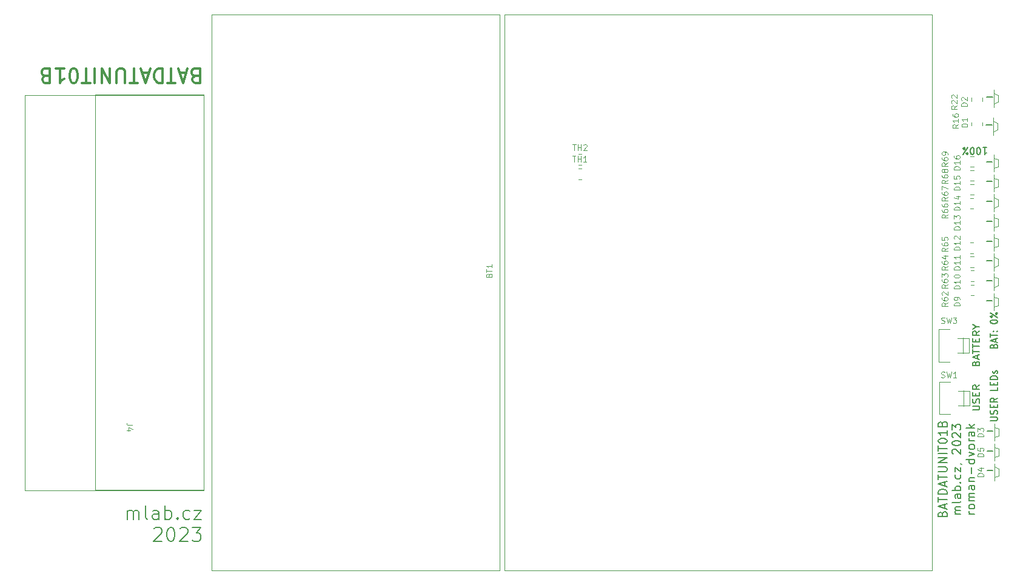
<source format=gbr>
%TF.GenerationSoftware,KiCad,Pcbnew,7.0.9-7.0.9~ubuntu23.04.1*%
%TF.CreationDate,2023-11-28T19:06:55+00:00*%
%TF.ProjectId,BATDATUNIT01,42415444-4154-4554-9e49-5430312e6b69,01A*%
%TF.SameCoordinates,Original*%
%TF.FileFunction,Legend,Top*%
%TF.FilePolarity,Positive*%
%FSLAX46Y46*%
G04 Gerber Fmt 4.6, Leading zero omitted, Abs format (unit mm)*
G04 Created by KiCad (PCBNEW 7.0.9-7.0.9~ubuntu23.04.1) date 2023-11-28 19:06:55*
%MOMM*%
%LPD*%
G01*
G04 APERTURE LIST*
%ADD10C,0.150000*%
%ADD11C,0.300000*%
%ADD12C,0.200000*%
%ADD13C,0.100000*%
G04 APERTURE END LIST*
D10*
X134755819Y25054572D02*
X135565342Y25054572D01*
X135565342Y25054572D02*
X135660580Y25097429D01*
X135660580Y25097429D02*
X135708200Y25140286D01*
X135708200Y25140286D02*
X135755819Y25226001D01*
X135755819Y25226001D02*
X135755819Y25397429D01*
X135755819Y25397429D02*
X135708200Y25483144D01*
X135708200Y25483144D02*
X135660580Y25526001D01*
X135660580Y25526001D02*
X135565342Y25568858D01*
X135565342Y25568858D02*
X134755819Y25568858D01*
X135708200Y25954572D02*
X135755819Y26083143D01*
X135755819Y26083143D02*
X135755819Y26297429D01*
X135755819Y26297429D02*
X135708200Y26383143D01*
X135708200Y26383143D02*
X135660580Y26426001D01*
X135660580Y26426001D02*
X135565342Y26468858D01*
X135565342Y26468858D02*
X135470104Y26468858D01*
X135470104Y26468858D02*
X135374866Y26426001D01*
X135374866Y26426001D02*
X135327247Y26383143D01*
X135327247Y26383143D02*
X135279628Y26297429D01*
X135279628Y26297429D02*
X135232009Y26126001D01*
X135232009Y26126001D02*
X135184390Y26040286D01*
X135184390Y26040286D02*
X135136771Y25997429D01*
X135136771Y25997429D02*
X135041533Y25954572D01*
X135041533Y25954572D02*
X134946295Y25954572D01*
X134946295Y25954572D02*
X134851057Y25997429D01*
X134851057Y25997429D02*
X134803438Y26040286D01*
X134803438Y26040286D02*
X134755819Y26126001D01*
X134755819Y26126001D02*
X134755819Y26340286D01*
X134755819Y26340286D02*
X134803438Y26468858D01*
X135232009Y26854572D02*
X135232009Y27154572D01*
X135755819Y27283144D02*
X135755819Y26854572D01*
X135755819Y26854572D02*
X134755819Y26854572D01*
X134755819Y26854572D02*
X134755819Y27283144D01*
X135755819Y28183144D02*
X135279628Y27883144D01*
X135755819Y27668858D02*
X134755819Y27668858D01*
X134755819Y27668858D02*
X134755819Y28011715D01*
X134755819Y28011715D02*
X134803438Y28097430D01*
X134803438Y28097430D02*
X134851057Y28140287D01*
X134851057Y28140287D02*
X134946295Y28183144D01*
X134946295Y28183144D02*
X135089152Y28183144D01*
X135089152Y28183144D02*
X135184390Y28140287D01*
X135184390Y28140287D02*
X135232009Y28097430D01*
X135232009Y28097430D02*
X135279628Y28011715D01*
X135279628Y28011715D02*
X135279628Y27668858D01*
X135755819Y29683144D02*
X135755819Y29254572D01*
X135755819Y29254572D02*
X134755819Y29254572D01*
X135232009Y29983143D02*
X135232009Y30283143D01*
X135755819Y30411715D02*
X135755819Y29983143D01*
X135755819Y29983143D02*
X134755819Y29983143D01*
X134755819Y29983143D02*
X134755819Y30411715D01*
X135755819Y30797429D02*
X134755819Y30797429D01*
X134755819Y30797429D02*
X134755819Y31011715D01*
X134755819Y31011715D02*
X134803438Y31140286D01*
X134803438Y31140286D02*
X134898676Y31226001D01*
X134898676Y31226001D02*
X134993914Y31268858D01*
X134993914Y31268858D02*
X135184390Y31311715D01*
X135184390Y31311715D02*
X135327247Y31311715D01*
X135327247Y31311715D02*
X135517723Y31268858D01*
X135517723Y31268858D02*
X135612961Y31226001D01*
X135612961Y31226001D02*
X135708200Y31140286D01*
X135708200Y31140286D02*
X135755819Y31011715D01*
X135755819Y31011715D02*
X135755819Y30797429D01*
X135708200Y31654572D02*
X135755819Y31740286D01*
X135755819Y31740286D02*
X135755819Y31911715D01*
X135755819Y31911715D02*
X135708200Y31997429D01*
X135708200Y31997429D02*
X135612961Y32040286D01*
X135612961Y32040286D02*
X135565342Y32040286D01*
X135565342Y32040286D02*
X135470104Y31997429D01*
X135470104Y31997429D02*
X135422485Y31911715D01*
X135422485Y31911715D02*
X135422485Y31783143D01*
X135422485Y31783143D02*
X135374866Y31697429D01*
X135374866Y31697429D02*
X135279628Y31654572D01*
X135279628Y31654572D02*
X135232009Y31654572D01*
X135232009Y31654572D02*
X135136771Y31697429D01*
X135136771Y31697429D02*
X135089152Y31783143D01*
X135089152Y31783143D02*
X135089152Y31911715D01*
X135089152Y31911715D02*
X135136771Y31997429D01*
X132732009Y33026000D02*
X132779628Y33168857D01*
X132779628Y33168857D02*
X132827247Y33216476D01*
X132827247Y33216476D02*
X132922485Y33264095D01*
X132922485Y33264095D02*
X133065342Y33264095D01*
X133065342Y33264095D02*
X133160580Y33216476D01*
X133160580Y33216476D02*
X133208200Y33168857D01*
X133208200Y33168857D02*
X133255819Y33073619D01*
X133255819Y33073619D02*
X133255819Y32692667D01*
X133255819Y32692667D02*
X132255819Y32692667D01*
X132255819Y32692667D02*
X132255819Y33026000D01*
X132255819Y33026000D02*
X132303438Y33121238D01*
X132303438Y33121238D02*
X132351057Y33168857D01*
X132351057Y33168857D02*
X132446295Y33216476D01*
X132446295Y33216476D02*
X132541533Y33216476D01*
X132541533Y33216476D02*
X132636771Y33168857D01*
X132636771Y33168857D02*
X132684390Y33121238D01*
X132684390Y33121238D02*
X132732009Y33026000D01*
X132732009Y33026000D02*
X132732009Y32692667D01*
X132970104Y33645048D02*
X132970104Y34121238D01*
X133255819Y33549810D02*
X132255819Y33883143D01*
X132255819Y33883143D02*
X133255819Y34216476D01*
X132255819Y34406953D02*
X132255819Y34978381D01*
X133255819Y34692667D02*
X132255819Y34692667D01*
X132255819Y35168858D02*
X132255819Y35740286D01*
X133255819Y35454572D02*
X132255819Y35454572D01*
X132732009Y36073620D02*
X132732009Y36406953D01*
X133255819Y36549810D02*
X133255819Y36073620D01*
X133255819Y36073620D02*
X132255819Y36073620D01*
X132255819Y36073620D02*
X132255819Y36549810D01*
X133255819Y37549810D02*
X132779628Y37216477D01*
X133255819Y36978382D02*
X132255819Y36978382D01*
X132255819Y36978382D02*
X132255819Y37359334D01*
X132255819Y37359334D02*
X132303438Y37454572D01*
X132303438Y37454572D02*
X132351057Y37502191D01*
X132351057Y37502191D02*
X132446295Y37549810D01*
X132446295Y37549810D02*
X132589152Y37549810D01*
X132589152Y37549810D02*
X132684390Y37502191D01*
X132684390Y37502191D02*
X132732009Y37454572D01*
X132732009Y37454572D02*
X132779628Y37359334D01*
X132779628Y37359334D02*
X132779628Y36978382D01*
X132779628Y38168858D02*
X133255819Y38168858D01*
X132255819Y37835525D02*
X132779628Y38168858D01*
X132779628Y38168858D02*
X132255819Y38502191D01*
D11*
X23733333Y73162020D02*
X23447619Y73257258D01*
X23447619Y73257258D02*
X23352381Y73352496D01*
X23352381Y73352496D02*
X23257143Y73542972D01*
X23257143Y73542972D02*
X23257143Y73828686D01*
X23257143Y73828686D02*
X23352381Y74019162D01*
X23352381Y74019162D02*
X23447619Y74114400D01*
X23447619Y74114400D02*
X23638095Y74209639D01*
X23638095Y74209639D02*
X24400000Y74209639D01*
X24400000Y74209639D02*
X24400000Y72209639D01*
X24400000Y72209639D02*
X23733333Y72209639D01*
X23733333Y72209639D02*
X23542857Y72304877D01*
X23542857Y72304877D02*
X23447619Y72400115D01*
X23447619Y72400115D02*
X23352381Y72590591D01*
X23352381Y72590591D02*
X23352381Y72781067D01*
X23352381Y72781067D02*
X23447619Y72971543D01*
X23447619Y72971543D02*
X23542857Y73066781D01*
X23542857Y73066781D02*
X23733333Y73162020D01*
X23733333Y73162020D02*
X24400000Y73162020D01*
X22495238Y73638210D02*
X21542857Y73638210D01*
X22685714Y74209639D02*
X22019048Y72209639D01*
X22019048Y72209639D02*
X21352381Y74209639D01*
X20971428Y72209639D02*
X19828571Y72209639D01*
X20400000Y74209639D02*
X20400000Y72209639D01*
X19161904Y74209639D02*
X19161904Y72209639D01*
X19161904Y72209639D02*
X18685714Y72209639D01*
X18685714Y72209639D02*
X18399999Y72304877D01*
X18399999Y72304877D02*
X18209523Y72495353D01*
X18209523Y72495353D02*
X18114285Y72685829D01*
X18114285Y72685829D02*
X18019047Y73066781D01*
X18019047Y73066781D02*
X18019047Y73352496D01*
X18019047Y73352496D02*
X18114285Y73733448D01*
X18114285Y73733448D02*
X18209523Y73923924D01*
X18209523Y73923924D02*
X18399999Y74114400D01*
X18399999Y74114400D02*
X18685714Y74209639D01*
X18685714Y74209639D02*
X19161904Y74209639D01*
X17257142Y73638210D02*
X16304761Y73638210D01*
X17447618Y74209639D02*
X16780952Y72209639D01*
X16780952Y72209639D02*
X16114285Y74209639D01*
X15733332Y72209639D02*
X14590475Y72209639D01*
X15161904Y74209639D02*
X15161904Y72209639D01*
X13923808Y72209639D02*
X13923808Y73828686D01*
X13923808Y73828686D02*
X13828570Y74019162D01*
X13828570Y74019162D02*
X13733332Y74114400D01*
X13733332Y74114400D02*
X13542856Y74209639D01*
X13542856Y74209639D02*
X13161903Y74209639D01*
X13161903Y74209639D02*
X12971427Y74114400D01*
X12971427Y74114400D02*
X12876189Y74019162D01*
X12876189Y74019162D02*
X12780951Y73828686D01*
X12780951Y73828686D02*
X12780951Y72209639D01*
X11828570Y74209639D02*
X11828570Y72209639D01*
X11828570Y72209639D02*
X10685713Y74209639D01*
X10685713Y74209639D02*
X10685713Y72209639D01*
X9733332Y74209639D02*
X9733332Y72209639D01*
X9066665Y72209639D02*
X7923808Y72209639D01*
X8495237Y74209639D02*
X8495237Y72209639D01*
X6876189Y72209639D02*
X6685712Y72209639D01*
X6685712Y72209639D02*
X6495236Y72304877D01*
X6495236Y72304877D02*
X6399998Y72400115D01*
X6399998Y72400115D02*
X6304760Y72590591D01*
X6304760Y72590591D02*
X6209522Y72971543D01*
X6209522Y72971543D02*
X6209522Y73447734D01*
X6209522Y73447734D02*
X6304760Y73828686D01*
X6304760Y73828686D02*
X6399998Y74019162D01*
X6399998Y74019162D02*
X6495236Y74114400D01*
X6495236Y74114400D02*
X6685712Y74209639D01*
X6685712Y74209639D02*
X6876189Y74209639D01*
X6876189Y74209639D02*
X7066665Y74114400D01*
X7066665Y74114400D02*
X7161903Y74019162D01*
X7161903Y74019162D02*
X7257141Y73828686D01*
X7257141Y73828686D02*
X7352379Y73447734D01*
X7352379Y73447734D02*
X7352379Y72971543D01*
X7352379Y72971543D02*
X7257141Y72590591D01*
X7257141Y72590591D02*
X7161903Y72400115D01*
X7161903Y72400115D02*
X7066665Y72304877D01*
X7066665Y72304877D02*
X6876189Y72209639D01*
X4304760Y74209639D02*
X5447617Y74209639D01*
X4876189Y74209639D02*
X4876189Y72209639D01*
X4876189Y72209639D02*
X5066665Y72495353D01*
X5066665Y72495353D02*
X5257141Y72685829D01*
X5257141Y72685829D02*
X5447617Y72781067D01*
X2780950Y73162020D02*
X2495236Y73257258D01*
X2495236Y73257258D02*
X2399998Y73352496D01*
X2399998Y73352496D02*
X2304760Y73542972D01*
X2304760Y73542972D02*
X2304760Y73828686D01*
X2304760Y73828686D02*
X2399998Y74019162D01*
X2399998Y74019162D02*
X2495236Y74114400D01*
X2495236Y74114400D02*
X2685712Y74209639D01*
X2685712Y74209639D02*
X3447617Y74209639D01*
X3447617Y74209639D02*
X3447617Y72209639D01*
X3447617Y72209639D02*
X2780950Y72209639D01*
X2780950Y72209639D02*
X2590474Y72304877D01*
X2590474Y72304877D02*
X2495236Y72400115D01*
X2495236Y72400115D02*
X2399998Y72590591D01*
X2399998Y72590591D02*
X2399998Y72781067D01*
X2399998Y72781067D02*
X2495236Y72971543D01*
X2495236Y72971543D02*
X2590474Y73066781D01*
X2590474Y73066781D02*
X2780950Y73162020D01*
X2780950Y73162020D02*
X3447617Y73162020D01*
D10*
X132255819Y26511715D02*
X133065342Y26511715D01*
X133065342Y26511715D02*
X133160580Y26559334D01*
X133160580Y26559334D02*
X133208200Y26606953D01*
X133208200Y26606953D02*
X133255819Y26702191D01*
X133255819Y26702191D02*
X133255819Y26892667D01*
X133255819Y26892667D02*
X133208200Y26987905D01*
X133208200Y26987905D02*
X133160580Y27035524D01*
X133160580Y27035524D02*
X133065342Y27083143D01*
X133065342Y27083143D02*
X132255819Y27083143D01*
X133208200Y27511715D02*
X133255819Y27654572D01*
X133255819Y27654572D02*
X133255819Y27892667D01*
X133255819Y27892667D02*
X133208200Y27987905D01*
X133208200Y27987905D02*
X133160580Y28035524D01*
X133160580Y28035524D02*
X133065342Y28083143D01*
X133065342Y28083143D02*
X132970104Y28083143D01*
X132970104Y28083143D02*
X132874866Y28035524D01*
X132874866Y28035524D02*
X132827247Y27987905D01*
X132827247Y27987905D02*
X132779628Y27892667D01*
X132779628Y27892667D02*
X132732009Y27702191D01*
X132732009Y27702191D02*
X132684390Y27606953D01*
X132684390Y27606953D02*
X132636771Y27559334D01*
X132636771Y27559334D02*
X132541533Y27511715D01*
X132541533Y27511715D02*
X132446295Y27511715D01*
X132446295Y27511715D02*
X132351057Y27559334D01*
X132351057Y27559334D02*
X132303438Y27606953D01*
X132303438Y27606953D02*
X132255819Y27702191D01*
X132255819Y27702191D02*
X132255819Y27940286D01*
X132255819Y27940286D02*
X132303438Y28083143D01*
X132732009Y28511715D02*
X132732009Y28845048D01*
X133255819Y28987905D02*
X133255819Y28511715D01*
X133255819Y28511715D02*
X132255819Y28511715D01*
X132255819Y28511715D02*
X132255819Y28987905D01*
X133255819Y29987905D02*
X132779628Y29654572D01*
X133255819Y29416477D02*
X132255819Y29416477D01*
X132255819Y29416477D02*
X132255819Y29797429D01*
X132255819Y29797429D02*
X132303438Y29892667D01*
X132303438Y29892667D02*
X132351057Y29940286D01*
X132351057Y29940286D02*
X132446295Y29987905D01*
X132446295Y29987905D02*
X132589152Y29987905D01*
X132589152Y29987905D02*
X132684390Y29940286D01*
X132684390Y29940286D02*
X132732009Y29892667D01*
X132732009Y29892667D02*
X132779628Y29797429D01*
X132779628Y29797429D02*
X132779628Y29416477D01*
D12*
X14282707Y11260924D02*
X14282707Y12527591D01*
X14282707Y12346639D02*
X14373184Y12437115D01*
X14373184Y12437115D02*
X14554136Y12527591D01*
X14554136Y12527591D02*
X14825565Y12527591D01*
X14825565Y12527591D02*
X15006517Y12437115D01*
X15006517Y12437115D02*
X15096993Y12256162D01*
X15096993Y12256162D02*
X15096993Y11260924D01*
X15096993Y12256162D02*
X15187469Y12437115D01*
X15187469Y12437115D02*
X15368422Y12527591D01*
X15368422Y12527591D02*
X15639850Y12527591D01*
X15639850Y12527591D02*
X15820803Y12437115D01*
X15820803Y12437115D02*
X15911279Y12256162D01*
X15911279Y12256162D02*
X15911279Y11260924D01*
X17087469Y11260924D02*
X16906517Y11351400D01*
X16906517Y11351400D02*
X16816040Y11532353D01*
X16816040Y11532353D02*
X16816040Y13160924D01*
X18625564Y11260924D02*
X18625564Y12256162D01*
X18625564Y12256162D02*
X18535088Y12437115D01*
X18535088Y12437115D02*
X18354136Y12527591D01*
X18354136Y12527591D02*
X17992231Y12527591D01*
X17992231Y12527591D02*
X17811278Y12437115D01*
X18625564Y11351400D02*
X18444612Y11260924D01*
X18444612Y11260924D02*
X17992231Y11260924D01*
X17992231Y11260924D02*
X17811278Y11351400D01*
X17811278Y11351400D02*
X17720802Y11532353D01*
X17720802Y11532353D02*
X17720802Y11713305D01*
X17720802Y11713305D02*
X17811278Y11894258D01*
X17811278Y11894258D02*
X17992231Y11984734D01*
X17992231Y11984734D02*
X18444612Y11984734D01*
X18444612Y11984734D02*
X18625564Y12075210D01*
X19530326Y11260924D02*
X19530326Y13160924D01*
X19530326Y12437115D02*
X19711279Y12527591D01*
X19711279Y12527591D02*
X20073184Y12527591D01*
X20073184Y12527591D02*
X20254136Y12437115D01*
X20254136Y12437115D02*
X20344612Y12346639D01*
X20344612Y12346639D02*
X20435088Y12165686D01*
X20435088Y12165686D02*
X20435088Y11622829D01*
X20435088Y11622829D02*
X20344612Y11441877D01*
X20344612Y11441877D02*
X20254136Y11351400D01*
X20254136Y11351400D02*
X20073184Y11260924D01*
X20073184Y11260924D02*
X19711279Y11260924D01*
X19711279Y11260924D02*
X19530326Y11351400D01*
X21249374Y11441877D02*
X21339851Y11351400D01*
X21339851Y11351400D02*
X21249374Y11260924D01*
X21249374Y11260924D02*
X21158898Y11351400D01*
X21158898Y11351400D02*
X21249374Y11441877D01*
X21249374Y11441877D02*
X21249374Y11260924D01*
X22968422Y11351400D02*
X22787470Y11260924D01*
X22787470Y11260924D02*
X22425565Y11260924D01*
X22425565Y11260924D02*
X22244613Y11351400D01*
X22244613Y11351400D02*
X22154136Y11441877D01*
X22154136Y11441877D02*
X22063660Y11622829D01*
X22063660Y11622829D02*
X22063660Y12165686D01*
X22063660Y12165686D02*
X22154136Y12346639D01*
X22154136Y12346639D02*
X22244613Y12437115D01*
X22244613Y12437115D02*
X22425565Y12527591D01*
X22425565Y12527591D02*
X22787470Y12527591D01*
X22787470Y12527591D02*
X22968422Y12437115D01*
X23601755Y12527591D02*
X24596993Y12527591D01*
X24596993Y12527591D02*
X23601755Y11260924D01*
X23601755Y11260924D02*
X24596993Y11260924D01*
X17992230Y9920972D02*
X18082706Y10011448D01*
X18082706Y10011448D02*
X18263659Y10101924D01*
X18263659Y10101924D02*
X18716040Y10101924D01*
X18716040Y10101924D02*
X18896992Y10011448D01*
X18896992Y10011448D02*
X18987468Y9920972D01*
X18987468Y9920972D02*
X19077945Y9740020D01*
X19077945Y9740020D02*
X19077945Y9559067D01*
X19077945Y9559067D02*
X18987468Y9287639D01*
X18987468Y9287639D02*
X17901754Y8201924D01*
X17901754Y8201924D02*
X19077945Y8201924D01*
X20254135Y10101924D02*
X20435088Y10101924D01*
X20435088Y10101924D02*
X20616040Y10011448D01*
X20616040Y10011448D02*
X20706516Y9920972D01*
X20706516Y9920972D02*
X20796992Y9740020D01*
X20796992Y9740020D02*
X20887469Y9378115D01*
X20887469Y9378115D02*
X20887469Y8925734D01*
X20887469Y8925734D02*
X20796992Y8563829D01*
X20796992Y8563829D02*
X20706516Y8382877D01*
X20706516Y8382877D02*
X20616040Y8292400D01*
X20616040Y8292400D02*
X20435088Y8201924D01*
X20435088Y8201924D02*
X20254135Y8201924D01*
X20254135Y8201924D02*
X20073183Y8292400D01*
X20073183Y8292400D02*
X19982707Y8382877D01*
X19982707Y8382877D02*
X19892230Y8563829D01*
X19892230Y8563829D02*
X19801754Y8925734D01*
X19801754Y8925734D02*
X19801754Y9378115D01*
X19801754Y9378115D02*
X19892230Y9740020D01*
X19892230Y9740020D02*
X19982707Y9920972D01*
X19982707Y9920972D02*
X20073183Y10011448D01*
X20073183Y10011448D02*
X20254135Y10101924D01*
X21611278Y9920972D02*
X21701754Y10011448D01*
X21701754Y10011448D02*
X21882707Y10101924D01*
X21882707Y10101924D02*
X22335088Y10101924D01*
X22335088Y10101924D02*
X22516040Y10011448D01*
X22516040Y10011448D02*
X22606516Y9920972D01*
X22606516Y9920972D02*
X22696993Y9740020D01*
X22696993Y9740020D02*
X22696993Y9559067D01*
X22696993Y9559067D02*
X22606516Y9287639D01*
X22606516Y9287639D02*
X21520802Y8201924D01*
X21520802Y8201924D02*
X22696993Y8201924D01*
X23330326Y10101924D02*
X24506517Y10101924D01*
X24506517Y10101924D02*
X23873183Y9378115D01*
X23873183Y9378115D02*
X24144612Y9378115D01*
X24144612Y9378115D02*
X24325564Y9287639D01*
X24325564Y9287639D02*
X24416040Y9197162D01*
X24416040Y9197162D02*
X24506517Y9016210D01*
X24506517Y9016210D02*
X24506517Y8563829D01*
X24506517Y8563829D02*
X24416040Y8382877D01*
X24416040Y8382877D02*
X24325564Y8292400D01*
X24325564Y8292400D02*
X24144612Y8201924D01*
X24144612Y8201924D02*
X23601755Y8201924D01*
X23601755Y8201924D02*
X23420802Y8292400D01*
X23420802Y8292400D02*
X23330326Y8382877D01*
D10*
X135232009Y35461715D02*
X135279628Y35590287D01*
X135279628Y35590287D02*
X135327247Y35633144D01*
X135327247Y35633144D02*
X135422485Y35676001D01*
X135422485Y35676001D02*
X135565342Y35676001D01*
X135565342Y35676001D02*
X135660580Y35633144D01*
X135660580Y35633144D02*
X135708200Y35590287D01*
X135708200Y35590287D02*
X135755819Y35504572D01*
X135755819Y35504572D02*
X135755819Y35161715D01*
X135755819Y35161715D02*
X134755819Y35161715D01*
X134755819Y35161715D02*
X134755819Y35461715D01*
X134755819Y35461715D02*
X134803438Y35547429D01*
X134803438Y35547429D02*
X134851057Y35590287D01*
X134851057Y35590287D02*
X134946295Y35633144D01*
X134946295Y35633144D02*
X135041533Y35633144D01*
X135041533Y35633144D02*
X135136771Y35590287D01*
X135136771Y35590287D02*
X135184390Y35547429D01*
X135184390Y35547429D02*
X135232009Y35461715D01*
X135232009Y35461715D02*
X135232009Y35161715D01*
X135470104Y36018858D02*
X135470104Y36447429D01*
X135755819Y35933144D02*
X134755819Y36233144D01*
X134755819Y36233144D02*
X135755819Y36533144D01*
X134755819Y36704573D02*
X134755819Y37218858D01*
X135755819Y36961716D02*
X134755819Y36961716D01*
X135660580Y37518858D02*
X135708200Y37561715D01*
X135708200Y37561715D02*
X135755819Y37518858D01*
X135755819Y37518858D02*
X135708200Y37476001D01*
X135708200Y37476001D02*
X135660580Y37518858D01*
X135660580Y37518858D02*
X135755819Y37518858D01*
X135136771Y37518858D02*
X135184390Y37561715D01*
X135184390Y37561715D02*
X135232009Y37518858D01*
X135232009Y37518858D02*
X135184390Y37476001D01*
X135184390Y37476001D02*
X135136771Y37518858D01*
X135136771Y37518858D02*
X135232009Y37518858D01*
X134755819Y38804572D02*
X134755819Y38890286D01*
X134755819Y38890286D02*
X134803438Y38976000D01*
X134803438Y38976000D02*
X134851057Y39018857D01*
X134851057Y39018857D02*
X134946295Y39061715D01*
X134946295Y39061715D02*
X135136771Y39104572D01*
X135136771Y39104572D02*
X135374866Y39104572D01*
X135374866Y39104572D02*
X135565342Y39061715D01*
X135565342Y39061715D02*
X135660580Y39018857D01*
X135660580Y39018857D02*
X135708200Y38976000D01*
X135708200Y38976000D02*
X135755819Y38890286D01*
X135755819Y38890286D02*
X135755819Y38804572D01*
X135755819Y38804572D02*
X135708200Y38718857D01*
X135708200Y38718857D02*
X135660580Y38676000D01*
X135660580Y38676000D02*
X135565342Y38633143D01*
X135565342Y38633143D02*
X135374866Y38590286D01*
X135374866Y38590286D02*
X135136771Y38590286D01*
X135136771Y38590286D02*
X134946295Y38633143D01*
X134946295Y38633143D02*
X134851057Y38676000D01*
X134851057Y38676000D02*
X134803438Y38718857D01*
X134803438Y38718857D02*
X134755819Y38804572D01*
X135755819Y39447429D02*
X134755819Y40133143D01*
X134755819Y39576000D02*
X134803438Y39661715D01*
X134803438Y39661715D02*
X134898676Y39704572D01*
X134898676Y39704572D02*
X134993914Y39661715D01*
X134993914Y39661715D02*
X135041533Y39576000D01*
X135041533Y39576000D02*
X134993914Y39490286D01*
X134993914Y39490286D02*
X134898676Y39447429D01*
X134898676Y39447429D02*
X134803438Y39490286D01*
X134803438Y39490286D02*
X134755819Y39576000D01*
X135708200Y40090286D02*
X135612961Y40133143D01*
X135612961Y40133143D02*
X135517723Y40090286D01*
X135517723Y40090286D02*
X135470104Y40004572D01*
X135470104Y40004572D02*
X135517723Y39918858D01*
X135517723Y39918858D02*
X135612961Y39876000D01*
X135612961Y39876000D02*
X135708200Y39918858D01*
X135708200Y39918858D02*
X135755819Y40004572D01*
X135755819Y40004572D02*
X135708200Y40090286D01*
D12*
X128070171Y12026001D02*
X128127314Y12197429D01*
X128127314Y12197429D02*
X128184457Y12254572D01*
X128184457Y12254572D02*
X128298742Y12311715D01*
X128298742Y12311715D02*
X128470171Y12311715D01*
X128470171Y12311715D02*
X128584457Y12254572D01*
X128584457Y12254572D02*
X128641600Y12197429D01*
X128641600Y12197429D02*
X128698742Y12083144D01*
X128698742Y12083144D02*
X128698742Y11626001D01*
X128698742Y11626001D02*
X127498742Y11626001D01*
X127498742Y11626001D02*
X127498742Y12026001D01*
X127498742Y12026001D02*
X127555885Y12140286D01*
X127555885Y12140286D02*
X127613028Y12197429D01*
X127613028Y12197429D02*
X127727314Y12254572D01*
X127727314Y12254572D02*
X127841600Y12254572D01*
X127841600Y12254572D02*
X127955885Y12197429D01*
X127955885Y12197429D02*
X128013028Y12140286D01*
X128013028Y12140286D02*
X128070171Y12026001D01*
X128070171Y12026001D02*
X128070171Y11626001D01*
X128355885Y12768858D02*
X128355885Y13340286D01*
X128698742Y12654572D02*
X127498742Y13054572D01*
X127498742Y13054572D02*
X128698742Y13454572D01*
X127498742Y13683143D02*
X127498742Y14368857D01*
X128698742Y14026000D02*
X127498742Y14026000D01*
X128698742Y14768858D02*
X127498742Y14768858D01*
X127498742Y14768858D02*
X127498742Y15054572D01*
X127498742Y15054572D02*
X127555885Y15226001D01*
X127555885Y15226001D02*
X127670171Y15340286D01*
X127670171Y15340286D02*
X127784457Y15397429D01*
X127784457Y15397429D02*
X128013028Y15454572D01*
X128013028Y15454572D02*
X128184457Y15454572D01*
X128184457Y15454572D02*
X128413028Y15397429D01*
X128413028Y15397429D02*
X128527314Y15340286D01*
X128527314Y15340286D02*
X128641600Y15226001D01*
X128641600Y15226001D02*
X128698742Y15054572D01*
X128698742Y15054572D02*
X128698742Y14768858D01*
X128355885Y15911715D02*
X128355885Y16483143D01*
X128698742Y15797429D02*
X127498742Y16197429D01*
X127498742Y16197429D02*
X128698742Y16597429D01*
X127498742Y16826000D02*
X127498742Y17511714D01*
X128698742Y17168857D02*
X127498742Y17168857D01*
X127498742Y17911715D02*
X128470171Y17911715D01*
X128470171Y17911715D02*
X128584457Y17968858D01*
X128584457Y17968858D02*
X128641600Y18026000D01*
X128641600Y18026000D02*
X128698742Y18140286D01*
X128698742Y18140286D02*
X128698742Y18368858D01*
X128698742Y18368858D02*
X128641600Y18483143D01*
X128641600Y18483143D02*
X128584457Y18540286D01*
X128584457Y18540286D02*
X128470171Y18597429D01*
X128470171Y18597429D02*
X127498742Y18597429D01*
X128698742Y19168858D02*
X127498742Y19168858D01*
X127498742Y19168858D02*
X128698742Y19854572D01*
X128698742Y19854572D02*
X127498742Y19854572D01*
X128698742Y20426001D02*
X127498742Y20426001D01*
X127498742Y20826001D02*
X127498742Y21511715D01*
X128698742Y21168858D02*
X127498742Y21168858D01*
X127498742Y22140287D02*
X127498742Y22254573D01*
X127498742Y22254573D02*
X127555885Y22368859D01*
X127555885Y22368859D02*
X127613028Y22426001D01*
X127613028Y22426001D02*
X127727314Y22483144D01*
X127727314Y22483144D02*
X127955885Y22540287D01*
X127955885Y22540287D02*
X128241600Y22540287D01*
X128241600Y22540287D02*
X128470171Y22483144D01*
X128470171Y22483144D02*
X128584457Y22426001D01*
X128584457Y22426001D02*
X128641600Y22368859D01*
X128641600Y22368859D02*
X128698742Y22254573D01*
X128698742Y22254573D02*
X128698742Y22140287D01*
X128698742Y22140287D02*
X128641600Y22026001D01*
X128641600Y22026001D02*
X128584457Y21968859D01*
X128584457Y21968859D02*
X128470171Y21911716D01*
X128470171Y21911716D02*
X128241600Y21854573D01*
X128241600Y21854573D02*
X127955885Y21854573D01*
X127955885Y21854573D02*
X127727314Y21911716D01*
X127727314Y21911716D02*
X127613028Y21968859D01*
X127613028Y21968859D02*
X127555885Y22026001D01*
X127555885Y22026001D02*
X127498742Y22140287D01*
X128698742Y23683144D02*
X128698742Y22997430D01*
X128698742Y23340287D02*
X127498742Y23340287D01*
X127498742Y23340287D02*
X127670171Y23226001D01*
X127670171Y23226001D02*
X127784457Y23111716D01*
X127784457Y23111716D02*
X127841600Y22997430D01*
X128070171Y24597430D02*
X128127314Y24768858D01*
X128127314Y24768858D02*
X128184457Y24826001D01*
X128184457Y24826001D02*
X128298742Y24883144D01*
X128298742Y24883144D02*
X128470171Y24883144D01*
X128470171Y24883144D02*
X128584457Y24826001D01*
X128584457Y24826001D02*
X128641600Y24768858D01*
X128641600Y24768858D02*
X128698742Y24654573D01*
X128698742Y24654573D02*
X128698742Y24197430D01*
X128698742Y24197430D02*
X127498742Y24197430D01*
X127498742Y24197430D02*
X127498742Y24597430D01*
X127498742Y24597430D02*
X127555885Y24711715D01*
X127555885Y24711715D02*
X127613028Y24768858D01*
X127613028Y24768858D02*
X127727314Y24826001D01*
X127727314Y24826001D02*
X127841600Y24826001D01*
X127841600Y24826001D02*
X127955885Y24768858D01*
X127955885Y24768858D02*
X128013028Y24711715D01*
X128013028Y24711715D02*
X128070171Y24597430D01*
X128070171Y24597430D02*
X128070171Y24197430D01*
X130630742Y11997430D02*
X129830742Y11997430D01*
X129945028Y11997430D02*
X129887885Y12054573D01*
X129887885Y12054573D02*
X129830742Y12168858D01*
X129830742Y12168858D02*
X129830742Y12340287D01*
X129830742Y12340287D02*
X129887885Y12454573D01*
X129887885Y12454573D02*
X130002171Y12511715D01*
X130002171Y12511715D02*
X130630742Y12511715D01*
X130002171Y12511715D02*
X129887885Y12568858D01*
X129887885Y12568858D02*
X129830742Y12683144D01*
X129830742Y12683144D02*
X129830742Y12854573D01*
X129830742Y12854573D02*
X129887885Y12968858D01*
X129887885Y12968858D02*
X130002171Y13026001D01*
X130002171Y13026001D02*
X130630742Y13026001D01*
X130630742Y13768858D02*
X130573600Y13654573D01*
X130573600Y13654573D02*
X130459314Y13597430D01*
X130459314Y13597430D02*
X129430742Y13597430D01*
X130630742Y14740286D02*
X130002171Y14740286D01*
X130002171Y14740286D02*
X129887885Y14683144D01*
X129887885Y14683144D02*
X129830742Y14568858D01*
X129830742Y14568858D02*
X129830742Y14340286D01*
X129830742Y14340286D02*
X129887885Y14226001D01*
X130573600Y14740286D02*
X130630742Y14626001D01*
X130630742Y14626001D02*
X130630742Y14340286D01*
X130630742Y14340286D02*
X130573600Y14226001D01*
X130573600Y14226001D02*
X130459314Y14168858D01*
X130459314Y14168858D02*
X130345028Y14168858D01*
X130345028Y14168858D02*
X130230742Y14226001D01*
X130230742Y14226001D02*
X130173600Y14340286D01*
X130173600Y14340286D02*
X130173600Y14626001D01*
X130173600Y14626001D02*
X130116457Y14740286D01*
X130630742Y15311715D02*
X129430742Y15311715D01*
X129887885Y15311715D02*
X129830742Y15426000D01*
X129830742Y15426000D02*
X129830742Y15654572D01*
X129830742Y15654572D02*
X129887885Y15768858D01*
X129887885Y15768858D02*
X129945028Y15826000D01*
X129945028Y15826000D02*
X130059314Y15883143D01*
X130059314Y15883143D02*
X130402171Y15883143D01*
X130402171Y15883143D02*
X130516457Y15826000D01*
X130516457Y15826000D02*
X130573600Y15768858D01*
X130573600Y15768858D02*
X130630742Y15654572D01*
X130630742Y15654572D02*
X130630742Y15426000D01*
X130630742Y15426000D02*
X130573600Y15311715D01*
X130516457Y16397429D02*
X130573600Y16454572D01*
X130573600Y16454572D02*
X130630742Y16397429D01*
X130630742Y16397429D02*
X130573600Y16340286D01*
X130573600Y16340286D02*
X130516457Y16397429D01*
X130516457Y16397429D02*
X130630742Y16397429D01*
X130573600Y17483143D02*
X130630742Y17368858D01*
X130630742Y17368858D02*
X130630742Y17140286D01*
X130630742Y17140286D02*
X130573600Y17026001D01*
X130573600Y17026001D02*
X130516457Y16968858D01*
X130516457Y16968858D02*
X130402171Y16911715D01*
X130402171Y16911715D02*
X130059314Y16911715D01*
X130059314Y16911715D02*
X129945028Y16968858D01*
X129945028Y16968858D02*
X129887885Y17026001D01*
X129887885Y17026001D02*
X129830742Y17140286D01*
X129830742Y17140286D02*
X129830742Y17368858D01*
X129830742Y17368858D02*
X129887885Y17483143D01*
X129830742Y17883143D02*
X129830742Y18511714D01*
X129830742Y18511714D02*
X130630742Y17883143D01*
X130630742Y17883143D02*
X130630742Y18511714D01*
X130573600Y19026001D02*
X130630742Y19026001D01*
X130630742Y19026001D02*
X130745028Y18968858D01*
X130745028Y18968858D02*
X130802171Y18911715D01*
X129545028Y20397430D02*
X129487885Y20454573D01*
X129487885Y20454573D02*
X129430742Y20568858D01*
X129430742Y20568858D02*
X129430742Y20854573D01*
X129430742Y20854573D02*
X129487885Y20968858D01*
X129487885Y20968858D02*
X129545028Y21026001D01*
X129545028Y21026001D02*
X129659314Y21083144D01*
X129659314Y21083144D02*
X129773600Y21083144D01*
X129773600Y21083144D02*
X129945028Y21026001D01*
X129945028Y21026001D02*
X130630742Y20340287D01*
X130630742Y20340287D02*
X130630742Y21083144D01*
X129430742Y21826001D02*
X129430742Y21940287D01*
X129430742Y21940287D02*
X129487885Y22054573D01*
X129487885Y22054573D02*
X129545028Y22111715D01*
X129545028Y22111715D02*
X129659314Y22168858D01*
X129659314Y22168858D02*
X129887885Y22226001D01*
X129887885Y22226001D02*
X130173600Y22226001D01*
X130173600Y22226001D02*
X130402171Y22168858D01*
X130402171Y22168858D02*
X130516457Y22111715D01*
X130516457Y22111715D02*
X130573600Y22054573D01*
X130573600Y22054573D02*
X130630742Y21940287D01*
X130630742Y21940287D02*
X130630742Y21826001D01*
X130630742Y21826001D02*
X130573600Y21711715D01*
X130573600Y21711715D02*
X130516457Y21654573D01*
X130516457Y21654573D02*
X130402171Y21597430D01*
X130402171Y21597430D02*
X130173600Y21540287D01*
X130173600Y21540287D02*
X129887885Y21540287D01*
X129887885Y21540287D02*
X129659314Y21597430D01*
X129659314Y21597430D02*
X129545028Y21654573D01*
X129545028Y21654573D02*
X129487885Y21711715D01*
X129487885Y21711715D02*
X129430742Y21826001D01*
X129545028Y22683144D02*
X129487885Y22740287D01*
X129487885Y22740287D02*
X129430742Y22854572D01*
X129430742Y22854572D02*
X129430742Y23140287D01*
X129430742Y23140287D02*
X129487885Y23254572D01*
X129487885Y23254572D02*
X129545028Y23311715D01*
X129545028Y23311715D02*
X129659314Y23368858D01*
X129659314Y23368858D02*
X129773600Y23368858D01*
X129773600Y23368858D02*
X129945028Y23311715D01*
X129945028Y23311715D02*
X130630742Y22626001D01*
X130630742Y22626001D02*
X130630742Y23368858D01*
X129430742Y23768858D02*
X129430742Y24511715D01*
X129430742Y24511715D02*
X129887885Y24111715D01*
X129887885Y24111715D02*
X129887885Y24283144D01*
X129887885Y24283144D02*
X129945028Y24397429D01*
X129945028Y24397429D02*
X130002171Y24454572D01*
X130002171Y24454572D02*
X130116457Y24511715D01*
X130116457Y24511715D02*
X130402171Y24511715D01*
X130402171Y24511715D02*
X130516457Y24454572D01*
X130516457Y24454572D02*
X130573600Y24397429D01*
X130573600Y24397429D02*
X130630742Y24283144D01*
X130630742Y24283144D02*
X130630742Y23940287D01*
X130630742Y23940287D02*
X130573600Y23826001D01*
X130573600Y23826001D02*
X130516457Y23768858D01*
X132562742Y12026002D02*
X131762742Y12026002D01*
X131991314Y12026002D02*
X131877028Y12083145D01*
X131877028Y12083145D02*
X131819885Y12140287D01*
X131819885Y12140287D02*
X131762742Y12254573D01*
X131762742Y12254573D02*
X131762742Y12368859D01*
X132562742Y12940287D02*
X132505600Y12826002D01*
X132505600Y12826002D02*
X132448457Y12768859D01*
X132448457Y12768859D02*
X132334171Y12711716D01*
X132334171Y12711716D02*
X131991314Y12711716D01*
X131991314Y12711716D02*
X131877028Y12768859D01*
X131877028Y12768859D02*
X131819885Y12826002D01*
X131819885Y12826002D02*
X131762742Y12940287D01*
X131762742Y12940287D02*
X131762742Y13111716D01*
X131762742Y13111716D02*
X131819885Y13226002D01*
X131819885Y13226002D02*
X131877028Y13283144D01*
X131877028Y13283144D02*
X131991314Y13340287D01*
X131991314Y13340287D02*
X132334171Y13340287D01*
X132334171Y13340287D02*
X132448457Y13283144D01*
X132448457Y13283144D02*
X132505600Y13226002D01*
X132505600Y13226002D02*
X132562742Y13111716D01*
X132562742Y13111716D02*
X132562742Y12940287D01*
X132562742Y13854573D02*
X131762742Y13854573D01*
X131877028Y13854573D02*
X131819885Y13911716D01*
X131819885Y13911716D02*
X131762742Y14026001D01*
X131762742Y14026001D02*
X131762742Y14197430D01*
X131762742Y14197430D02*
X131819885Y14311716D01*
X131819885Y14311716D02*
X131934171Y14368858D01*
X131934171Y14368858D02*
X132562742Y14368858D01*
X131934171Y14368858D02*
X131819885Y14426001D01*
X131819885Y14426001D02*
X131762742Y14540287D01*
X131762742Y14540287D02*
X131762742Y14711716D01*
X131762742Y14711716D02*
X131819885Y14826001D01*
X131819885Y14826001D02*
X131934171Y14883144D01*
X131934171Y14883144D02*
X132562742Y14883144D01*
X132562742Y15968858D02*
X131934171Y15968858D01*
X131934171Y15968858D02*
X131819885Y15911716D01*
X131819885Y15911716D02*
X131762742Y15797430D01*
X131762742Y15797430D02*
X131762742Y15568858D01*
X131762742Y15568858D02*
X131819885Y15454573D01*
X132505600Y15968858D02*
X132562742Y15854573D01*
X132562742Y15854573D02*
X132562742Y15568858D01*
X132562742Y15568858D02*
X132505600Y15454573D01*
X132505600Y15454573D02*
X132391314Y15397430D01*
X132391314Y15397430D02*
X132277028Y15397430D01*
X132277028Y15397430D02*
X132162742Y15454573D01*
X132162742Y15454573D02*
X132105600Y15568858D01*
X132105600Y15568858D02*
X132105600Y15854573D01*
X132105600Y15854573D02*
X132048457Y15968858D01*
X131762742Y16540287D02*
X132562742Y16540287D01*
X131877028Y16540287D02*
X131819885Y16597430D01*
X131819885Y16597430D02*
X131762742Y16711715D01*
X131762742Y16711715D02*
X131762742Y16883144D01*
X131762742Y16883144D02*
X131819885Y16997430D01*
X131819885Y16997430D02*
X131934171Y17054572D01*
X131934171Y17054572D02*
X132562742Y17054572D01*
X132105600Y17626001D02*
X132105600Y18540286D01*
X132562742Y19626000D02*
X131362742Y19626000D01*
X132505600Y19626000D02*
X132562742Y19511715D01*
X132562742Y19511715D02*
X132562742Y19283143D01*
X132562742Y19283143D02*
X132505600Y19168858D01*
X132505600Y19168858D02*
X132448457Y19111715D01*
X132448457Y19111715D02*
X132334171Y19054572D01*
X132334171Y19054572D02*
X131991314Y19054572D01*
X131991314Y19054572D02*
X131877028Y19111715D01*
X131877028Y19111715D02*
X131819885Y19168858D01*
X131819885Y19168858D02*
X131762742Y19283143D01*
X131762742Y19283143D02*
X131762742Y19511715D01*
X131762742Y19511715D02*
X131819885Y19626000D01*
X131762742Y20083143D02*
X132562742Y20368857D01*
X132562742Y20368857D02*
X131762742Y20654572D01*
X132562742Y21283143D02*
X132505600Y21168858D01*
X132505600Y21168858D02*
X132448457Y21111715D01*
X132448457Y21111715D02*
X132334171Y21054572D01*
X132334171Y21054572D02*
X131991314Y21054572D01*
X131991314Y21054572D02*
X131877028Y21111715D01*
X131877028Y21111715D02*
X131819885Y21168858D01*
X131819885Y21168858D02*
X131762742Y21283143D01*
X131762742Y21283143D02*
X131762742Y21454572D01*
X131762742Y21454572D02*
X131819885Y21568858D01*
X131819885Y21568858D02*
X131877028Y21626000D01*
X131877028Y21626000D02*
X131991314Y21683143D01*
X131991314Y21683143D02*
X132334171Y21683143D01*
X132334171Y21683143D02*
X132448457Y21626000D01*
X132448457Y21626000D02*
X132505600Y21568858D01*
X132505600Y21568858D02*
X132562742Y21454572D01*
X132562742Y21454572D02*
X132562742Y21283143D01*
X132562742Y22197429D02*
X131762742Y22197429D01*
X131991314Y22197429D02*
X131877028Y22254572D01*
X131877028Y22254572D02*
X131819885Y22311714D01*
X131819885Y22311714D02*
X131762742Y22426000D01*
X131762742Y22426000D02*
X131762742Y22540286D01*
X132562742Y23454571D02*
X131934171Y23454571D01*
X131934171Y23454571D02*
X131819885Y23397429D01*
X131819885Y23397429D02*
X131762742Y23283143D01*
X131762742Y23283143D02*
X131762742Y23054571D01*
X131762742Y23054571D02*
X131819885Y22940286D01*
X132505600Y23454571D02*
X132562742Y23340286D01*
X132562742Y23340286D02*
X132562742Y23054571D01*
X132562742Y23054571D02*
X132505600Y22940286D01*
X132505600Y22940286D02*
X132391314Y22883143D01*
X132391314Y22883143D02*
X132277028Y22883143D01*
X132277028Y22883143D02*
X132162742Y22940286D01*
X132162742Y22940286D02*
X132105600Y23054571D01*
X132105600Y23054571D02*
X132105600Y23340286D01*
X132105600Y23340286D02*
X132048457Y23454571D01*
X132562742Y24026000D02*
X131362742Y24026000D01*
X132105600Y24140285D02*
X132562742Y24483143D01*
X131762742Y24483143D02*
X132219885Y24026000D01*
D10*
X133700285Y63195820D02*
X134214571Y63195820D01*
X133957428Y63195820D02*
X133957428Y62195820D01*
X133957428Y62195820D02*
X134043142Y62338677D01*
X134043142Y62338677D02*
X134128857Y62433915D01*
X134128857Y62433915D02*
X134214571Y62481534D01*
X133143142Y62195820D02*
X133057428Y62195820D01*
X133057428Y62195820D02*
X132971714Y62243439D01*
X132971714Y62243439D02*
X132928857Y62291058D01*
X132928857Y62291058D02*
X132885999Y62386296D01*
X132885999Y62386296D02*
X132843142Y62576772D01*
X132843142Y62576772D02*
X132843142Y62814867D01*
X132843142Y62814867D02*
X132885999Y63005343D01*
X132885999Y63005343D02*
X132928857Y63100581D01*
X132928857Y63100581D02*
X132971714Y63148200D01*
X132971714Y63148200D02*
X133057428Y63195820D01*
X133057428Y63195820D02*
X133143142Y63195820D01*
X133143142Y63195820D02*
X133228857Y63148200D01*
X133228857Y63148200D02*
X133271714Y63100581D01*
X133271714Y63100581D02*
X133314571Y63005343D01*
X133314571Y63005343D02*
X133357428Y62814867D01*
X133357428Y62814867D02*
X133357428Y62576772D01*
X133357428Y62576772D02*
X133314571Y62386296D01*
X133314571Y62386296D02*
X133271714Y62291058D01*
X133271714Y62291058D02*
X133228857Y62243439D01*
X133228857Y62243439D02*
X133143142Y62195820D01*
X132285999Y62195820D02*
X132200285Y62195820D01*
X132200285Y62195820D02*
X132114571Y62243439D01*
X132114571Y62243439D02*
X132071714Y62291058D01*
X132071714Y62291058D02*
X132028856Y62386296D01*
X132028856Y62386296D02*
X131985999Y62576772D01*
X131985999Y62576772D02*
X131985999Y62814867D01*
X131985999Y62814867D02*
X132028856Y63005343D01*
X132028856Y63005343D02*
X132071714Y63100581D01*
X132071714Y63100581D02*
X132114571Y63148200D01*
X132114571Y63148200D02*
X132200285Y63195820D01*
X132200285Y63195820D02*
X132285999Y63195820D01*
X132285999Y63195820D02*
X132371714Y63148200D01*
X132371714Y63148200D02*
X132414571Y63100581D01*
X132414571Y63100581D02*
X132457428Y63005343D01*
X132457428Y63005343D02*
X132500285Y62814867D01*
X132500285Y62814867D02*
X132500285Y62576772D01*
X132500285Y62576772D02*
X132457428Y62386296D01*
X132457428Y62386296D02*
X132414571Y62291058D01*
X132414571Y62291058D02*
X132371714Y62243439D01*
X132371714Y62243439D02*
X132285999Y62195820D01*
X131643142Y63195820D02*
X130957428Y62195820D01*
X131514571Y62195820D02*
X131428856Y62243439D01*
X131428856Y62243439D02*
X131385999Y62338677D01*
X131385999Y62338677D02*
X131428856Y62433915D01*
X131428856Y62433915D02*
X131514571Y62481534D01*
X131514571Y62481534D02*
X131600285Y62433915D01*
X131600285Y62433915D02*
X131643142Y62338677D01*
X131643142Y62338677D02*
X131600285Y62243439D01*
X131600285Y62243439D02*
X131514571Y62195820D01*
X131000285Y63148200D02*
X130957428Y63052962D01*
X130957428Y63052962D02*
X131000285Y62957724D01*
X131000285Y62957724D02*
X131085999Y62910105D01*
X131085999Y62910105D02*
X131171713Y62957724D01*
X131171713Y62957724D02*
X131214571Y63052962D01*
X131214571Y63052962D02*
X131171713Y63148200D01*
X131171713Y63148200D02*
X131085999Y63195820D01*
X131085999Y63195820D02*
X131000285Y63148200D01*
D13*
X130274295Y66411115D02*
X129893342Y66144448D01*
X130274295Y65953972D02*
X129474295Y65953972D01*
X129474295Y65953972D02*
X129474295Y66258734D01*
X129474295Y66258734D02*
X129512390Y66334924D01*
X129512390Y66334924D02*
X129550485Y66373019D01*
X129550485Y66373019D02*
X129626676Y66411115D01*
X129626676Y66411115D02*
X129740961Y66411115D01*
X129740961Y66411115D02*
X129817152Y66373019D01*
X129817152Y66373019D02*
X129855247Y66334924D01*
X129855247Y66334924D02*
X129893342Y66258734D01*
X129893342Y66258734D02*
X129893342Y65953972D01*
X130274295Y67173019D02*
X130274295Y66715876D01*
X130274295Y66944448D02*
X129474295Y66944448D01*
X129474295Y66944448D02*
X129588580Y66868257D01*
X129588580Y66868257D02*
X129664771Y66792067D01*
X129664771Y66792067D02*
X129702866Y66715876D01*
X129474295Y67858734D02*
X129474295Y67706353D01*
X129474295Y67706353D02*
X129512390Y67630162D01*
X129512390Y67630162D02*
X129550485Y67592067D01*
X129550485Y67592067D02*
X129664771Y67515877D01*
X129664771Y67515877D02*
X129817152Y67477781D01*
X129817152Y67477781D02*
X130121914Y67477781D01*
X130121914Y67477781D02*
X130198104Y67515877D01*
X130198104Y67515877D02*
X130236200Y67553972D01*
X130236200Y67553972D02*
X130274295Y67630162D01*
X130274295Y67630162D02*
X130274295Y67782543D01*
X130274295Y67782543D02*
X130236200Y67858734D01*
X130236200Y67858734D02*
X130198104Y67896829D01*
X130198104Y67896829D02*
X130121914Y67934924D01*
X130121914Y67934924D02*
X129931438Y67934924D01*
X129931438Y67934924D02*
X129855247Y67896829D01*
X129855247Y67896829D02*
X129817152Y67858734D01*
X129817152Y67858734D02*
X129779057Y67782543D01*
X129779057Y67782543D02*
X129779057Y67630162D01*
X129779057Y67630162D02*
X129817152Y67553972D01*
X129817152Y67553972D02*
X129855247Y67515877D01*
X129855247Y67515877D02*
X129931438Y67477781D01*
X64766847Y45322429D02*
X64804942Y45436715D01*
X64804942Y45436715D02*
X64843038Y45474810D01*
X64843038Y45474810D02*
X64919228Y45512906D01*
X64919228Y45512906D02*
X65033514Y45512906D01*
X65033514Y45512906D02*
X65109704Y45474810D01*
X65109704Y45474810D02*
X65147800Y45436715D01*
X65147800Y45436715D02*
X65185895Y45360525D01*
X65185895Y45360525D02*
X65185895Y45055763D01*
X65185895Y45055763D02*
X64385895Y45055763D01*
X64385895Y45055763D02*
X64385895Y45322429D01*
X64385895Y45322429D02*
X64423990Y45398620D01*
X64423990Y45398620D02*
X64462085Y45436715D01*
X64462085Y45436715D02*
X64538276Y45474810D01*
X64538276Y45474810D02*
X64614466Y45474810D01*
X64614466Y45474810D02*
X64690657Y45436715D01*
X64690657Y45436715D02*
X64728752Y45398620D01*
X64728752Y45398620D02*
X64766847Y45322429D01*
X64766847Y45322429D02*
X64766847Y45055763D01*
X64385895Y45741477D02*
X64385895Y46198620D01*
X65185895Y45970048D02*
X64385895Y45970048D01*
X65185895Y46884334D02*
X65185895Y46427191D01*
X65185895Y46655763D02*
X64385895Y46655763D01*
X64385895Y46655763D02*
X64500180Y46579572D01*
X64500180Y46579572D02*
X64576371Y46503382D01*
X64576371Y46503382D02*
X64614466Y46427191D01*
X128800895Y56239437D02*
X128419942Y55972770D01*
X128800895Y55782294D02*
X128000895Y55782294D01*
X128000895Y55782294D02*
X128000895Y56087056D01*
X128000895Y56087056D02*
X128038990Y56163246D01*
X128038990Y56163246D02*
X128077085Y56201341D01*
X128077085Y56201341D02*
X128153276Y56239437D01*
X128153276Y56239437D02*
X128267561Y56239437D01*
X128267561Y56239437D02*
X128343752Y56201341D01*
X128343752Y56201341D02*
X128381847Y56163246D01*
X128381847Y56163246D02*
X128419942Y56087056D01*
X128419942Y56087056D02*
X128419942Y55782294D01*
X128000895Y56925151D02*
X128000895Y56772770D01*
X128000895Y56772770D02*
X128038990Y56696579D01*
X128038990Y56696579D02*
X128077085Y56658484D01*
X128077085Y56658484D02*
X128191371Y56582294D01*
X128191371Y56582294D02*
X128343752Y56544198D01*
X128343752Y56544198D02*
X128648514Y56544198D01*
X128648514Y56544198D02*
X128724704Y56582294D01*
X128724704Y56582294D02*
X128762800Y56620389D01*
X128762800Y56620389D02*
X128800895Y56696579D01*
X128800895Y56696579D02*
X128800895Y56848960D01*
X128800895Y56848960D02*
X128762800Y56925151D01*
X128762800Y56925151D02*
X128724704Y56963246D01*
X128724704Y56963246D02*
X128648514Y57001341D01*
X128648514Y57001341D02*
X128458038Y57001341D01*
X128458038Y57001341D02*
X128381847Y56963246D01*
X128381847Y56963246D02*
X128343752Y56925151D01*
X128343752Y56925151D02*
X128305657Y56848960D01*
X128305657Y56848960D02*
X128305657Y56696579D01*
X128305657Y56696579D02*
X128343752Y56620389D01*
X128343752Y56620389D02*
X128381847Y56582294D01*
X128381847Y56582294D02*
X128458038Y56544198D01*
X128000895Y57268008D02*
X128000895Y57801342D01*
X128000895Y57801342D02*
X128800895Y57458484D01*
X128775895Y44056103D02*
X128394942Y43789436D01*
X128775895Y43598960D02*
X127975895Y43598960D01*
X127975895Y43598960D02*
X127975895Y43903722D01*
X127975895Y43903722D02*
X128013990Y43979912D01*
X128013990Y43979912D02*
X128052085Y44018007D01*
X128052085Y44018007D02*
X128128276Y44056103D01*
X128128276Y44056103D02*
X128242561Y44056103D01*
X128242561Y44056103D02*
X128318752Y44018007D01*
X128318752Y44018007D02*
X128356847Y43979912D01*
X128356847Y43979912D02*
X128394942Y43903722D01*
X128394942Y43903722D02*
X128394942Y43598960D01*
X127975895Y44741817D02*
X127975895Y44589436D01*
X127975895Y44589436D02*
X128013990Y44513245D01*
X128013990Y44513245D02*
X128052085Y44475150D01*
X128052085Y44475150D02*
X128166371Y44398960D01*
X128166371Y44398960D02*
X128318752Y44360864D01*
X128318752Y44360864D02*
X128623514Y44360864D01*
X128623514Y44360864D02*
X128699704Y44398960D01*
X128699704Y44398960D02*
X128737800Y44437055D01*
X128737800Y44437055D02*
X128775895Y44513245D01*
X128775895Y44513245D02*
X128775895Y44665626D01*
X128775895Y44665626D02*
X128737800Y44741817D01*
X128737800Y44741817D02*
X128699704Y44779912D01*
X128699704Y44779912D02*
X128623514Y44818007D01*
X128623514Y44818007D02*
X128433038Y44818007D01*
X128433038Y44818007D02*
X128356847Y44779912D01*
X128356847Y44779912D02*
X128318752Y44741817D01*
X128318752Y44741817D02*
X128280657Y44665626D01*
X128280657Y44665626D02*
X128280657Y44513245D01*
X128280657Y44513245D02*
X128318752Y44437055D01*
X128318752Y44437055D02*
X128356847Y44398960D01*
X128356847Y44398960D02*
X128433038Y44360864D01*
X127975895Y45084674D02*
X127975895Y45579912D01*
X127975895Y45579912D02*
X128280657Y45313246D01*
X128280657Y45313246D02*
X128280657Y45427531D01*
X128280657Y45427531D02*
X128318752Y45503722D01*
X128318752Y45503722D02*
X128356847Y45541817D01*
X128356847Y45541817D02*
X128433038Y45579912D01*
X128433038Y45579912D02*
X128623514Y45579912D01*
X128623514Y45579912D02*
X128699704Y45541817D01*
X128699704Y45541817D02*
X128737800Y45503722D01*
X128737800Y45503722D02*
X128775895Y45427531D01*
X128775895Y45427531D02*
X128775895Y45198960D01*
X128775895Y45198960D02*
X128737800Y45122769D01*
X128737800Y45122769D02*
X128699704Y45084674D01*
X128800895Y61056103D02*
X128419942Y60789436D01*
X128800895Y60598960D02*
X128000895Y60598960D01*
X128000895Y60598960D02*
X128000895Y60903722D01*
X128000895Y60903722D02*
X128038990Y60979912D01*
X128038990Y60979912D02*
X128077085Y61018007D01*
X128077085Y61018007D02*
X128153276Y61056103D01*
X128153276Y61056103D02*
X128267561Y61056103D01*
X128267561Y61056103D02*
X128343752Y61018007D01*
X128343752Y61018007D02*
X128381847Y60979912D01*
X128381847Y60979912D02*
X128419942Y60903722D01*
X128419942Y60903722D02*
X128419942Y60598960D01*
X128000895Y61741817D02*
X128000895Y61589436D01*
X128000895Y61589436D02*
X128038990Y61513245D01*
X128038990Y61513245D02*
X128077085Y61475150D01*
X128077085Y61475150D02*
X128191371Y61398960D01*
X128191371Y61398960D02*
X128343752Y61360864D01*
X128343752Y61360864D02*
X128648514Y61360864D01*
X128648514Y61360864D02*
X128724704Y61398960D01*
X128724704Y61398960D02*
X128762800Y61437055D01*
X128762800Y61437055D02*
X128800895Y61513245D01*
X128800895Y61513245D02*
X128800895Y61665626D01*
X128800895Y61665626D02*
X128762800Y61741817D01*
X128762800Y61741817D02*
X128724704Y61779912D01*
X128724704Y61779912D02*
X128648514Y61818007D01*
X128648514Y61818007D02*
X128458038Y61818007D01*
X128458038Y61818007D02*
X128381847Y61779912D01*
X128381847Y61779912D02*
X128343752Y61741817D01*
X128343752Y61741817D02*
X128305657Y61665626D01*
X128305657Y61665626D02*
X128305657Y61513245D01*
X128305657Y61513245D02*
X128343752Y61437055D01*
X128343752Y61437055D02*
X128381847Y61398960D01*
X128381847Y61398960D02*
X128458038Y61360864D01*
X128800895Y62198960D02*
X128800895Y62351341D01*
X128800895Y62351341D02*
X128762800Y62427531D01*
X128762800Y62427531D02*
X128724704Y62465627D01*
X128724704Y62465627D02*
X128610419Y62541817D01*
X128610419Y62541817D02*
X128458038Y62579912D01*
X128458038Y62579912D02*
X128153276Y62579912D01*
X128153276Y62579912D02*
X128077085Y62541817D01*
X128077085Y62541817D02*
X128038990Y62503722D01*
X128038990Y62503722D02*
X128000895Y62427531D01*
X128000895Y62427531D02*
X128000895Y62275150D01*
X128000895Y62275150D02*
X128038990Y62198960D01*
X128038990Y62198960D02*
X128077085Y62160865D01*
X128077085Y62160865D02*
X128153276Y62122769D01*
X128153276Y62122769D02*
X128343752Y62122769D01*
X128343752Y62122769D02*
X128419942Y62160865D01*
X128419942Y62160865D02*
X128458038Y62198960D01*
X128458038Y62198960D02*
X128496133Y62275150D01*
X128496133Y62275150D02*
X128496133Y62427531D01*
X128496133Y62427531D02*
X128458038Y62503722D01*
X128458038Y62503722D02*
X128419942Y62541817D01*
X128419942Y62541817D02*
X128343752Y62579912D01*
X131493495Y69001925D02*
X130693495Y69001925D01*
X130693495Y69001925D02*
X130693495Y69192401D01*
X130693495Y69192401D02*
X130731590Y69306687D01*
X130731590Y69306687D02*
X130807780Y69382877D01*
X130807780Y69382877D02*
X130883971Y69420972D01*
X130883971Y69420972D02*
X131036352Y69459068D01*
X131036352Y69459068D02*
X131150638Y69459068D01*
X131150638Y69459068D02*
X131303019Y69420972D01*
X131303019Y69420972D02*
X131379209Y69382877D01*
X131379209Y69382877D02*
X131455400Y69306687D01*
X131455400Y69306687D02*
X131493495Y69192401D01*
X131493495Y69192401D02*
X131493495Y69001925D01*
X130769685Y69763829D02*
X130731590Y69801925D01*
X130731590Y69801925D02*
X130693495Y69878115D01*
X130693495Y69878115D02*
X130693495Y70068591D01*
X130693495Y70068591D02*
X130731590Y70144782D01*
X130731590Y70144782D02*
X130769685Y70182877D01*
X130769685Y70182877D02*
X130845876Y70220972D01*
X130845876Y70220972D02*
X130922066Y70220972D01*
X130922066Y70220972D02*
X131036352Y70182877D01*
X131036352Y70182877D02*
X131493495Y69725734D01*
X131493495Y69725734D02*
X131493495Y70220972D01*
X76444928Y63611105D02*
X76902071Y63611105D01*
X76673499Y62811105D02*
X76673499Y63611105D01*
X77168738Y62811105D02*
X77168738Y63611105D01*
X77168738Y63230153D02*
X77625881Y63230153D01*
X77625881Y62811105D02*
X77625881Y63611105D01*
X77968737Y63534915D02*
X78006833Y63573010D01*
X78006833Y63573010D02*
X78083023Y63611105D01*
X78083023Y63611105D02*
X78273499Y63611105D01*
X78273499Y63611105D02*
X78349690Y63573010D01*
X78349690Y63573010D02*
X78387785Y63534915D01*
X78387785Y63534915D02*
X78425880Y63458724D01*
X78425880Y63458724D02*
X78425880Y63382534D01*
X78425880Y63382534D02*
X78387785Y63268248D01*
X78387785Y63268248D02*
X77930642Y62811105D01*
X77930642Y62811105D02*
X78425880Y62811105D01*
X127902932Y38684000D02*
X128017218Y38645905D01*
X128017218Y38645905D02*
X128207694Y38645905D01*
X128207694Y38645905D02*
X128283885Y38684000D01*
X128283885Y38684000D02*
X128321980Y38722096D01*
X128321980Y38722096D02*
X128360075Y38798286D01*
X128360075Y38798286D02*
X128360075Y38874477D01*
X128360075Y38874477D02*
X128321980Y38950667D01*
X128321980Y38950667D02*
X128283885Y38988762D01*
X128283885Y38988762D02*
X128207694Y39026858D01*
X128207694Y39026858D02*
X128055313Y39064953D01*
X128055313Y39064953D02*
X127979123Y39103048D01*
X127979123Y39103048D02*
X127941028Y39141143D01*
X127941028Y39141143D02*
X127902932Y39217334D01*
X127902932Y39217334D02*
X127902932Y39293524D01*
X127902932Y39293524D02*
X127941028Y39369715D01*
X127941028Y39369715D02*
X127979123Y39407810D01*
X127979123Y39407810D02*
X128055313Y39445905D01*
X128055313Y39445905D02*
X128245790Y39445905D01*
X128245790Y39445905D02*
X128360075Y39407810D01*
X128626742Y39445905D02*
X128817218Y38645905D01*
X128817218Y38645905D02*
X128969599Y39217334D01*
X128969599Y39217334D02*
X129121980Y38645905D01*
X129121980Y38645905D02*
X129312457Y39445905D01*
X129541028Y39445905D02*
X130036266Y39445905D01*
X130036266Y39445905D02*
X129769600Y39141143D01*
X129769600Y39141143D02*
X129883885Y39141143D01*
X129883885Y39141143D02*
X129960076Y39103048D01*
X129960076Y39103048D02*
X129998171Y39064953D01*
X129998171Y39064953D02*
X130036266Y38988762D01*
X130036266Y38988762D02*
X130036266Y38798286D01*
X130036266Y38798286D02*
X129998171Y38722096D01*
X129998171Y38722096D02*
X129960076Y38684000D01*
X129960076Y38684000D02*
X129883885Y38645905D01*
X129883885Y38645905D02*
X129655314Y38645905D01*
X129655314Y38645905D02*
X129579123Y38684000D01*
X129579123Y38684000D02*
X129541028Y38722096D01*
X76408928Y61985105D02*
X76866071Y61985105D01*
X76637499Y61185105D02*
X76637499Y61985105D01*
X77132738Y61185105D02*
X77132738Y61985105D01*
X77132738Y61604153D02*
X77589881Y61604153D01*
X77589881Y61185105D02*
X77589881Y61985105D01*
X78389880Y61185105D02*
X77932737Y61185105D01*
X78161309Y61185105D02*
X78161309Y61985105D01*
X78161309Y61985105D02*
X78085118Y61870820D01*
X78085118Y61870820D02*
X78008928Y61794629D01*
X78008928Y61794629D02*
X77932737Y61756534D01*
X128775895Y49156103D02*
X128394942Y48889436D01*
X128775895Y48698960D02*
X127975895Y48698960D01*
X127975895Y48698960D02*
X127975895Y49003722D01*
X127975895Y49003722D02*
X128013990Y49079912D01*
X128013990Y49079912D02*
X128052085Y49118007D01*
X128052085Y49118007D02*
X128128276Y49156103D01*
X128128276Y49156103D02*
X128242561Y49156103D01*
X128242561Y49156103D02*
X128318752Y49118007D01*
X128318752Y49118007D02*
X128356847Y49079912D01*
X128356847Y49079912D02*
X128394942Y49003722D01*
X128394942Y49003722D02*
X128394942Y48698960D01*
X127975895Y49841817D02*
X127975895Y49689436D01*
X127975895Y49689436D02*
X128013990Y49613245D01*
X128013990Y49613245D02*
X128052085Y49575150D01*
X128052085Y49575150D02*
X128166371Y49498960D01*
X128166371Y49498960D02*
X128318752Y49460864D01*
X128318752Y49460864D02*
X128623514Y49460864D01*
X128623514Y49460864D02*
X128699704Y49498960D01*
X128699704Y49498960D02*
X128737800Y49537055D01*
X128737800Y49537055D02*
X128775895Y49613245D01*
X128775895Y49613245D02*
X128775895Y49765626D01*
X128775895Y49765626D02*
X128737800Y49841817D01*
X128737800Y49841817D02*
X128699704Y49879912D01*
X128699704Y49879912D02*
X128623514Y49918007D01*
X128623514Y49918007D02*
X128433038Y49918007D01*
X128433038Y49918007D02*
X128356847Y49879912D01*
X128356847Y49879912D02*
X128318752Y49841817D01*
X128318752Y49841817D02*
X128280657Y49765626D01*
X128280657Y49765626D02*
X128280657Y49613245D01*
X128280657Y49613245D02*
X128318752Y49537055D01*
X128318752Y49537055D02*
X128356847Y49498960D01*
X128356847Y49498960D02*
X128433038Y49460864D01*
X127975895Y50641817D02*
X127975895Y50260865D01*
X127975895Y50260865D02*
X128356847Y50222769D01*
X128356847Y50222769D02*
X128318752Y50260865D01*
X128318752Y50260865D02*
X128280657Y50337055D01*
X128280657Y50337055D02*
X128280657Y50527531D01*
X128280657Y50527531D02*
X128318752Y50603722D01*
X128318752Y50603722D02*
X128356847Y50641817D01*
X128356847Y50641817D02*
X128433038Y50679912D01*
X128433038Y50679912D02*
X128623514Y50679912D01*
X128623514Y50679912D02*
X128699704Y50641817D01*
X128699704Y50641817D02*
X128737800Y50603722D01*
X128737800Y50603722D02*
X128775895Y50527531D01*
X128775895Y50527531D02*
X128775895Y50337055D01*
X128775895Y50337055D02*
X128737800Y50260865D01*
X128737800Y50260865D02*
X128699704Y50222769D01*
X133775895Y17260525D02*
X132975895Y17260525D01*
X132975895Y17260525D02*
X132975895Y17451001D01*
X132975895Y17451001D02*
X133013990Y17565287D01*
X133013990Y17565287D02*
X133090180Y17641477D01*
X133090180Y17641477D02*
X133166371Y17679572D01*
X133166371Y17679572D02*
X133318752Y17717668D01*
X133318752Y17717668D02*
X133433038Y17717668D01*
X133433038Y17717668D02*
X133585419Y17679572D01*
X133585419Y17679572D02*
X133661609Y17641477D01*
X133661609Y17641477D02*
X133737800Y17565287D01*
X133737800Y17565287D02*
X133775895Y17451001D01*
X133775895Y17451001D02*
X133775895Y17260525D01*
X133242561Y18403382D02*
X133775895Y18403382D01*
X132937800Y18212906D02*
X133509228Y18022429D01*
X133509228Y18022429D02*
X133509228Y18517668D01*
X130500895Y48873960D02*
X129700895Y48873960D01*
X129700895Y48873960D02*
X129700895Y49064436D01*
X129700895Y49064436D02*
X129738990Y49178722D01*
X129738990Y49178722D02*
X129815180Y49254912D01*
X129815180Y49254912D02*
X129891371Y49293007D01*
X129891371Y49293007D02*
X130043752Y49331103D01*
X130043752Y49331103D02*
X130158038Y49331103D01*
X130158038Y49331103D02*
X130310419Y49293007D01*
X130310419Y49293007D02*
X130386609Y49254912D01*
X130386609Y49254912D02*
X130462800Y49178722D01*
X130462800Y49178722D02*
X130500895Y49064436D01*
X130500895Y49064436D02*
X130500895Y48873960D01*
X130500895Y50093007D02*
X130500895Y49635864D01*
X130500895Y49864436D02*
X129700895Y49864436D01*
X129700895Y49864436D02*
X129815180Y49788245D01*
X129815180Y49788245D02*
X129891371Y49712055D01*
X129891371Y49712055D02*
X129929466Y49635864D01*
X129777085Y50397769D02*
X129738990Y50435865D01*
X129738990Y50435865D02*
X129700895Y50512055D01*
X129700895Y50512055D02*
X129700895Y50702531D01*
X129700895Y50702531D02*
X129738990Y50778722D01*
X129738990Y50778722D02*
X129777085Y50816817D01*
X129777085Y50816817D02*
X129853276Y50854912D01*
X129853276Y50854912D02*
X129929466Y50854912D01*
X129929466Y50854912D02*
X130043752Y50816817D01*
X130043752Y50816817D02*
X130500895Y50359674D01*
X130500895Y50359674D02*
X130500895Y50854912D01*
X130475895Y60099980D02*
X129675895Y60099980D01*
X129675895Y60099980D02*
X129675895Y60290456D01*
X129675895Y60290456D02*
X129713990Y60404742D01*
X129713990Y60404742D02*
X129790180Y60480932D01*
X129790180Y60480932D02*
X129866371Y60519027D01*
X129866371Y60519027D02*
X130018752Y60557123D01*
X130018752Y60557123D02*
X130133038Y60557123D01*
X130133038Y60557123D02*
X130285419Y60519027D01*
X130285419Y60519027D02*
X130361609Y60480932D01*
X130361609Y60480932D02*
X130437800Y60404742D01*
X130437800Y60404742D02*
X130475895Y60290456D01*
X130475895Y60290456D02*
X130475895Y60099980D01*
X130475895Y61319027D02*
X130475895Y60861884D01*
X130475895Y61090456D02*
X129675895Y61090456D01*
X129675895Y61090456D02*
X129790180Y61014265D01*
X129790180Y61014265D02*
X129866371Y60938075D01*
X129866371Y60938075D02*
X129904466Y60861884D01*
X129675895Y62004742D02*
X129675895Y61852361D01*
X129675895Y61852361D02*
X129713990Y61776170D01*
X129713990Y61776170D02*
X129752085Y61738075D01*
X129752085Y61738075D02*
X129866371Y61661885D01*
X129866371Y61661885D02*
X130018752Y61623789D01*
X130018752Y61623789D02*
X130323514Y61623789D01*
X130323514Y61623789D02*
X130399704Y61661885D01*
X130399704Y61661885D02*
X130437800Y61699980D01*
X130437800Y61699980D02*
X130475895Y61776170D01*
X130475895Y61776170D02*
X130475895Y61928551D01*
X130475895Y61928551D02*
X130437800Y62004742D01*
X130437800Y62004742D02*
X130399704Y62042837D01*
X130399704Y62042837D02*
X130323514Y62080932D01*
X130323514Y62080932D02*
X130133038Y62080932D01*
X130133038Y62080932D02*
X130056847Y62042837D01*
X130056847Y62042837D02*
X130018752Y62004742D01*
X130018752Y62004742D02*
X129980657Y61928551D01*
X129980657Y61928551D02*
X129980657Y61776170D01*
X129980657Y61776170D02*
X130018752Y61699980D01*
X130018752Y61699980D02*
X130056847Y61661885D01*
X130056847Y61661885D02*
X130133038Y61623789D01*
X130121895Y69027315D02*
X129740942Y68760648D01*
X130121895Y68570172D02*
X129321895Y68570172D01*
X129321895Y68570172D02*
X129321895Y68874934D01*
X129321895Y68874934D02*
X129359990Y68951124D01*
X129359990Y68951124D02*
X129398085Y68989219D01*
X129398085Y68989219D02*
X129474276Y69027315D01*
X129474276Y69027315D02*
X129588561Y69027315D01*
X129588561Y69027315D02*
X129664752Y68989219D01*
X129664752Y68989219D02*
X129702847Y68951124D01*
X129702847Y68951124D02*
X129740942Y68874934D01*
X129740942Y68874934D02*
X129740942Y68570172D01*
X129398085Y69332076D02*
X129359990Y69370172D01*
X129359990Y69370172D02*
X129321895Y69446362D01*
X129321895Y69446362D02*
X129321895Y69636838D01*
X129321895Y69636838D02*
X129359990Y69713029D01*
X129359990Y69713029D02*
X129398085Y69751124D01*
X129398085Y69751124D02*
X129474276Y69789219D01*
X129474276Y69789219D02*
X129550466Y69789219D01*
X129550466Y69789219D02*
X129664752Y69751124D01*
X129664752Y69751124D02*
X130121895Y69293981D01*
X130121895Y69293981D02*
X130121895Y69789219D01*
X129398085Y70093981D02*
X129359990Y70132077D01*
X129359990Y70132077D02*
X129321895Y70208267D01*
X129321895Y70208267D02*
X129321895Y70398743D01*
X129321895Y70398743D02*
X129359990Y70474934D01*
X129359990Y70474934D02*
X129398085Y70513029D01*
X129398085Y70513029D02*
X129474276Y70551124D01*
X129474276Y70551124D02*
X129550466Y70551124D01*
X129550466Y70551124D02*
X129664752Y70513029D01*
X129664752Y70513029D02*
X130121895Y70055886D01*
X130121895Y70055886D02*
X130121895Y70551124D01*
X131544295Y66080925D02*
X130744295Y66080925D01*
X130744295Y66080925D02*
X130744295Y66271401D01*
X130744295Y66271401D02*
X130782390Y66385687D01*
X130782390Y66385687D02*
X130858580Y66461877D01*
X130858580Y66461877D02*
X130934771Y66499972D01*
X130934771Y66499972D02*
X131087152Y66538068D01*
X131087152Y66538068D02*
X131201438Y66538068D01*
X131201438Y66538068D02*
X131353819Y66499972D01*
X131353819Y66499972D02*
X131430009Y66461877D01*
X131430009Y66461877D02*
X131506200Y66385687D01*
X131506200Y66385687D02*
X131544295Y66271401D01*
X131544295Y66271401D02*
X131544295Y66080925D01*
X131544295Y67299972D02*
X131544295Y66842829D01*
X131544295Y67071401D02*
X130744295Y67071401D01*
X130744295Y67071401D02*
X130858580Y66995210D01*
X130858580Y66995210D02*
X130934771Y66919020D01*
X130934771Y66919020D02*
X130972866Y66842829D01*
X133775895Y22810525D02*
X132975895Y22810525D01*
X132975895Y22810525D02*
X132975895Y23001001D01*
X132975895Y23001001D02*
X133013990Y23115287D01*
X133013990Y23115287D02*
X133090180Y23191477D01*
X133090180Y23191477D02*
X133166371Y23229572D01*
X133166371Y23229572D02*
X133318752Y23267668D01*
X133318752Y23267668D02*
X133433038Y23267668D01*
X133433038Y23267668D02*
X133585419Y23229572D01*
X133585419Y23229572D02*
X133661609Y23191477D01*
X133661609Y23191477D02*
X133737800Y23115287D01*
X133737800Y23115287D02*
X133775895Y23001001D01*
X133775895Y23001001D02*
X133775895Y22810525D01*
X132975895Y23534334D02*
X132975895Y24029572D01*
X132975895Y24029572D02*
X133280657Y23762906D01*
X133280657Y23762906D02*
X133280657Y23877191D01*
X133280657Y23877191D02*
X133318752Y23953382D01*
X133318752Y23953382D02*
X133356847Y23991477D01*
X133356847Y23991477D02*
X133433038Y24029572D01*
X133433038Y24029572D02*
X133623514Y24029572D01*
X133623514Y24029572D02*
X133699704Y23991477D01*
X133699704Y23991477D02*
X133737800Y23953382D01*
X133737800Y23953382D02*
X133775895Y23877191D01*
X133775895Y23877191D02*
X133775895Y23648620D01*
X133775895Y23648620D02*
X133737800Y23572429D01*
X133737800Y23572429D02*
X133699704Y23534334D01*
X130500895Y54448960D02*
X129700895Y54448960D01*
X129700895Y54448960D02*
X129700895Y54639436D01*
X129700895Y54639436D02*
X129738990Y54753722D01*
X129738990Y54753722D02*
X129815180Y54829912D01*
X129815180Y54829912D02*
X129891371Y54868007D01*
X129891371Y54868007D02*
X130043752Y54906103D01*
X130043752Y54906103D02*
X130158038Y54906103D01*
X130158038Y54906103D02*
X130310419Y54868007D01*
X130310419Y54868007D02*
X130386609Y54829912D01*
X130386609Y54829912D02*
X130462800Y54753722D01*
X130462800Y54753722D02*
X130500895Y54639436D01*
X130500895Y54639436D02*
X130500895Y54448960D01*
X130500895Y55668007D02*
X130500895Y55210864D01*
X130500895Y55439436D02*
X129700895Y55439436D01*
X129700895Y55439436D02*
X129815180Y55363245D01*
X129815180Y55363245D02*
X129891371Y55287055D01*
X129891371Y55287055D02*
X129929466Y55210864D01*
X129967561Y56353722D02*
X130500895Y56353722D01*
X129662800Y56163246D02*
X130234228Y55972769D01*
X130234228Y55972769D02*
X130234228Y56468008D01*
X128775895Y41506103D02*
X128394942Y41239436D01*
X128775895Y41048960D02*
X127975895Y41048960D01*
X127975895Y41048960D02*
X127975895Y41353722D01*
X127975895Y41353722D02*
X128013990Y41429912D01*
X128013990Y41429912D02*
X128052085Y41468007D01*
X128052085Y41468007D02*
X128128276Y41506103D01*
X128128276Y41506103D02*
X128242561Y41506103D01*
X128242561Y41506103D02*
X128318752Y41468007D01*
X128318752Y41468007D02*
X128356847Y41429912D01*
X128356847Y41429912D02*
X128394942Y41353722D01*
X128394942Y41353722D02*
X128394942Y41048960D01*
X127975895Y42191817D02*
X127975895Y42039436D01*
X127975895Y42039436D02*
X128013990Y41963245D01*
X128013990Y41963245D02*
X128052085Y41925150D01*
X128052085Y41925150D02*
X128166371Y41848960D01*
X128166371Y41848960D02*
X128318752Y41810864D01*
X128318752Y41810864D02*
X128623514Y41810864D01*
X128623514Y41810864D02*
X128699704Y41848960D01*
X128699704Y41848960D02*
X128737800Y41887055D01*
X128737800Y41887055D02*
X128775895Y41963245D01*
X128775895Y41963245D02*
X128775895Y42115626D01*
X128775895Y42115626D02*
X128737800Y42191817D01*
X128737800Y42191817D02*
X128699704Y42229912D01*
X128699704Y42229912D02*
X128623514Y42268007D01*
X128623514Y42268007D02*
X128433038Y42268007D01*
X128433038Y42268007D02*
X128356847Y42229912D01*
X128356847Y42229912D02*
X128318752Y42191817D01*
X128318752Y42191817D02*
X128280657Y42115626D01*
X128280657Y42115626D02*
X128280657Y41963245D01*
X128280657Y41963245D02*
X128318752Y41887055D01*
X128318752Y41887055D02*
X128356847Y41848960D01*
X128356847Y41848960D02*
X128433038Y41810864D01*
X128052085Y42572769D02*
X128013990Y42610865D01*
X128013990Y42610865D02*
X127975895Y42687055D01*
X127975895Y42687055D02*
X127975895Y42877531D01*
X127975895Y42877531D02*
X128013990Y42953722D01*
X128013990Y42953722D02*
X128052085Y42991817D01*
X128052085Y42991817D02*
X128128276Y43029912D01*
X128128276Y43029912D02*
X128204466Y43029912D01*
X128204466Y43029912D02*
X128318752Y42991817D01*
X128318752Y42991817D02*
X128775895Y42534674D01*
X128775895Y42534674D02*
X128775895Y43029912D01*
X128800895Y58647770D02*
X128419942Y58381103D01*
X128800895Y58190627D02*
X128000895Y58190627D01*
X128000895Y58190627D02*
X128000895Y58495389D01*
X128000895Y58495389D02*
X128038990Y58571579D01*
X128038990Y58571579D02*
X128077085Y58609674D01*
X128077085Y58609674D02*
X128153276Y58647770D01*
X128153276Y58647770D02*
X128267561Y58647770D01*
X128267561Y58647770D02*
X128343752Y58609674D01*
X128343752Y58609674D02*
X128381847Y58571579D01*
X128381847Y58571579D02*
X128419942Y58495389D01*
X128419942Y58495389D02*
X128419942Y58190627D01*
X128000895Y59333484D02*
X128000895Y59181103D01*
X128000895Y59181103D02*
X128038990Y59104912D01*
X128038990Y59104912D02*
X128077085Y59066817D01*
X128077085Y59066817D02*
X128191371Y58990627D01*
X128191371Y58990627D02*
X128343752Y58952531D01*
X128343752Y58952531D02*
X128648514Y58952531D01*
X128648514Y58952531D02*
X128724704Y58990627D01*
X128724704Y58990627D02*
X128762800Y59028722D01*
X128762800Y59028722D02*
X128800895Y59104912D01*
X128800895Y59104912D02*
X128800895Y59257293D01*
X128800895Y59257293D02*
X128762800Y59333484D01*
X128762800Y59333484D02*
X128724704Y59371579D01*
X128724704Y59371579D02*
X128648514Y59409674D01*
X128648514Y59409674D02*
X128458038Y59409674D01*
X128458038Y59409674D02*
X128381847Y59371579D01*
X128381847Y59371579D02*
X128343752Y59333484D01*
X128343752Y59333484D02*
X128305657Y59257293D01*
X128305657Y59257293D02*
X128305657Y59104912D01*
X128305657Y59104912D02*
X128343752Y59028722D01*
X128343752Y59028722D02*
X128381847Y58990627D01*
X128381847Y58990627D02*
X128458038Y58952531D01*
X128343752Y59866817D02*
X128305657Y59790627D01*
X128305657Y59790627D02*
X128267561Y59752532D01*
X128267561Y59752532D02*
X128191371Y59714436D01*
X128191371Y59714436D02*
X128153276Y59714436D01*
X128153276Y59714436D02*
X128077085Y59752532D01*
X128077085Y59752532D02*
X128038990Y59790627D01*
X128038990Y59790627D02*
X128000895Y59866817D01*
X128000895Y59866817D02*
X128000895Y60019198D01*
X128000895Y60019198D02*
X128038990Y60095389D01*
X128038990Y60095389D02*
X128077085Y60133484D01*
X128077085Y60133484D02*
X128153276Y60171579D01*
X128153276Y60171579D02*
X128191371Y60171579D01*
X128191371Y60171579D02*
X128267561Y60133484D01*
X128267561Y60133484D02*
X128305657Y60095389D01*
X128305657Y60095389D02*
X128343752Y60019198D01*
X128343752Y60019198D02*
X128343752Y59866817D01*
X128343752Y59866817D02*
X128381847Y59790627D01*
X128381847Y59790627D02*
X128419942Y59752532D01*
X128419942Y59752532D02*
X128496133Y59714436D01*
X128496133Y59714436D02*
X128648514Y59714436D01*
X128648514Y59714436D02*
X128724704Y59752532D01*
X128724704Y59752532D02*
X128762800Y59790627D01*
X128762800Y59790627D02*
X128800895Y59866817D01*
X128800895Y59866817D02*
X128800895Y60019198D01*
X128800895Y60019198D02*
X128762800Y60095389D01*
X128762800Y60095389D02*
X128724704Y60133484D01*
X128724704Y60133484D02*
X128648514Y60171579D01*
X128648514Y60171579D02*
X128496133Y60171579D01*
X128496133Y60171579D02*
X128419942Y60133484D01*
X128419942Y60133484D02*
X128381847Y60095389D01*
X128381847Y60095389D02*
X128343752Y60019198D01*
X130500895Y57248960D02*
X129700895Y57248960D01*
X129700895Y57248960D02*
X129700895Y57439436D01*
X129700895Y57439436D02*
X129738990Y57553722D01*
X129738990Y57553722D02*
X129815180Y57629912D01*
X129815180Y57629912D02*
X129891371Y57668007D01*
X129891371Y57668007D02*
X130043752Y57706103D01*
X130043752Y57706103D02*
X130158038Y57706103D01*
X130158038Y57706103D02*
X130310419Y57668007D01*
X130310419Y57668007D02*
X130386609Y57629912D01*
X130386609Y57629912D02*
X130462800Y57553722D01*
X130462800Y57553722D02*
X130500895Y57439436D01*
X130500895Y57439436D02*
X130500895Y57248960D01*
X130500895Y58468007D02*
X130500895Y58010864D01*
X130500895Y58239436D02*
X129700895Y58239436D01*
X129700895Y58239436D02*
X129815180Y58163245D01*
X129815180Y58163245D02*
X129891371Y58087055D01*
X129891371Y58087055D02*
X129929466Y58010864D01*
X129700895Y59191817D02*
X129700895Y58810865D01*
X129700895Y58810865D02*
X130081847Y58772769D01*
X130081847Y58772769D02*
X130043752Y58810865D01*
X130043752Y58810865D02*
X130005657Y58887055D01*
X130005657Y58887055D02*
X130005657Y59077531D01*
X130005657Y59077531D02*
X130043752Y59153722D01*
X130043752Y59153722D02*
X130081847Y59191817D01*
X130081847Y59191817D02*
X130158038Y59229912D01*
X130158038Y59229912D02*
X130348514Y59229912D01*
X130348514Y59229912D02*
X130424704Y59191817D01*
X130424704Y59191817D02*
X130462800Y59153722D01*
X130462800Y59153722D02*
X130500895Y59077531D01*
X130500895Y59077531D02*
X130500895Y58887055D01*
X130500895Y58887055D02*
X130462800Y58810865D01*
X130462800Y58810865D02*
X130424704Y58772769D01*
X130500895Y41079913D02*
X129700895Y41079913D01*
X129700895Y41079913D02*
X129700895Y41270389D01*
X129700895Y41270389D02*
X129738990Y41384675D01*
X129738990Y41384675D02*
X129815180Y41460865D01*
X129815180Y41460865D02*
X129891371Y41498960D01*
X129891371Y41498960D02*
X130043752Y41537056D01*
X130043752Y41537056D02*
X130158038Y41537056D01*
X130158038Y41537056D02*
X130310419Y41498960D01*
X130310419Y41498960D02*
X130386609Y41460865D01*
X130386609Y41460865D02*
X130462800Y41384675D01*
X130462800Y41384675D02*
X130500895Y41270389D01*
X130500895Y41270389D02*
X130500895Y41079913D01*
X130500895Y41918008D02*
X130500895Y42070389D01*
X130500895Y42070389D02*
X130462800Y42146579D01*
X130462800Y42146579D02*
X130424704Y42184675D01*
X130424704Y42184675D02*
X130310419Y42260865D01*
X130310419Y42260865D02*
X130158038Y42298960D01*
X130158038Y42298960D02*
X129853276Y42298960D01*
X129853276Y42298960D02*
X129777085Y42260865D01*
X129777085Y42260865D02*
X129738990Y42222770D01*
X129738990Y42222770D02*
X129700895Y42146579D01*
X129700895Y42146579D02*
X129700895Y41994198D01*
X129700895Y41994198D02*
X129738990Y41918008D01*
X129738990Y41918008D02*
X129777085Y41879913D01*
X129777085Y41879913D02*
X129853276Y41841817D01*
X129853276Y41841817D02*
X130043752Y41841817D01*
X130043752Y41841817D02*
X130119942Y41879913D01*
X130119942Y41879913D02*
X130158038Y41918008D01*
X130158038Y41918008D02*
X130196133Y41994198D01*
X130196133Y41994198D02*
X130196133Y42146579D01*
X130196133Y42146579D02*
X130158038Y42222770D01*
X130158038Y42222770D02*
X130119942Y42260865D01*
X130119942Y42260865D02*
X130043752Y42298960D01*
X130500895Y51723960D02*
X129700895Y51723960D01*
X129700895Y51723960D02*
X129700895Y51914436D01*
X129700895Y51914436D02*
X129738990Y52028722D01*
X129738990Y52028722D02*
X129815180Y52104912D01*
X129815180Y52104912D02*
X129891371Y52143007D01*
X129891371Y52143007D02*
X130043752Y52181103D01*
X130043752Y52181103D02*
X130158038Y52181103D01*
X130158038Y52181103D02*
X130310419Y52143007D01*
X130310419Y52143007D02*
X130386609Y52104912D01*
X130386609Y52104912D02*
X130462800Y52028722D01*
X130462800Y52028722D02*
X130500895Y51914436D01*
X130500895Y51914436D02*
X130500895Y51723960D01*
X130500895Y52943007D02*
X130500895Y52485864D01*
X130500895Y52714436D02*
X129700895Y52714436D01*
X129700895Y52714436D02*
X129815180Y52638245D01*
X129815180Y52638245D02*
X129891371Y52562055D01*
X129891371Y52562055D02*
X129929466Y52485864D01*
X129700895Y53209674D02*
X129700895Y53704912D01*
X129700895Y53704912D02*
X130005657Y53438246D01*
X130005657Y53438246D02*
X130005657Y53552531D01*
X130005657Y53552531D02*
X130043752Y53628722D01*
X130043752Y53628722D02*
X130081847Y53666817D01*
X130081847Y53666817D02*
X130158038Y53704912D01*
X130158038Y53704912D02*
X130348514Y53704912D01*
X130348514Y53704912D02*
X130424704Y53666817D01*
X130424704Y53666817D02*
X130462800Y53628722D01*
X130462800Y53628722D02*
X130500895Y53552531D01*
X130500895Y53552531D02*
X130500895Y53323960D01*
X130500895Y53323960D02*
X130462800Y53247769D01*
X130462800Y53247769D02*
X130424704Y53209674D01*
X130500895Y46148960D02*
X129700895Y46148960D01*
X129700895Y46148960D02*
X129700895Y46339436D01*
X129700895Y46339436D02*
X129738990Y46453722D01*
X129738990Y46453722D02*
X129815180Y46529912D01*
X129815180Y46529912D02*
X129891371Y46568007D01*
X129891371Y46568007D02*
X130043752Y46606103D01*
X130043752Y46606103D02*
X130158038Y46606103D01*
X130158038Y46606103D02*
X130310419Y46568007D01*
X130310419Y46568007D02*
X130386609Y46529912D01*
X130386609Y46529912D02*
X130462800Y46453722D01*
X130462800Y46453722D02*
X130500895Y46339436D01*
X130500895Y46339436D02*
X130500895Y46148960D01*
X130500895Y47368007D02*
X130500895Y46910864D01*
X130500895Y47139436D02*
X129700895Y47139436D01*
X129700895Y47139436D02*
X129815180Y47063245D01*
X129815180Y47063245D02*
X129891371Y46987055D01*
X129891371Y46987055D02*
X129929466Y46910864D01*
X130500895Y48129912D02*
X130500895Y47672769D01*
X130500895Y47901341D02*
X129700895Y47901341D01*
X129700895Y47901341D02*
X129815180Y47825150D01*
X129815180Y47825150D02*
X129891371Y47748960D01*
X129891371Y47748960D02*
X129929466Y47672769D01*
X128775895Y46606103D02*
X128394942Y46339436D01*
X128775895Y46148960D02*
X127975895Y46148960D01*
X127975895Y46148960D02*
X127975895Y46453722D01*
X127975895Y46453722D02*
X128013990Y46529912D01*
X128013990Y46529912D02*
X128052085Y46568007D01*
X128052085Y46568007D02*
X128128276Y46606103D01*
X128128276Y46606103D02*
X128242561Y46606103D01*
X128242561Y46606103D02*
X128318752Y46568007D01*
X128318752Y46568007D02*
X128356847Y46529912D01*
X128356847Y46529912D02*
X128394942Y46453722D01*
X128394942Y46453722D02*
X128394942Y46148960D01*
X127975895Y47291817D02*
X127975895Y47139436D01*
X127975895Y47139436D02*
X128013990Y47063245D01*
X128013990Y47063245D02*
X128052085Y47025150D01*
X128052085Y47025150D02*
X128166371Y46948960D01*
X128166371Y46948960D02*
X128318752Y46910864D01*
X128318752Y46910864D02*
X128623514Y46910864D01*
X128623514Y46910864D02*
X128699704Y46948960D01*
X128699704Y46948960D02*
X128737800Y46987055D01*
X128737800Y46987055D02*
X128775895Y47063245D01*
X128775895Y47063245D02*
X128775895Y47215626D01*
X128775895Y47215626D02*
X128737800Y47291817D01*
X128737800Y47291817D02*
X128699704Y47329912D01*
X128699704Y47329912D02*
X128623514Y47368007D01*
X128623514Y47368007D02*
X128433038Y47368007D01*
X128433038Y47368007D02*
X128356847Y47329912D01*
X128356847Y47329912D02*
X128318752Y47291817D01*
X128318752Y47291817D02*
X128280657Y47215626D01*
X128280657Y47215626D02*
X128280657Y47063245D01*
X128280657Y47063245D02*
X128318752Y46987055D01*
X128318752Y46987055D02*
X128356847Y46948960D01*
X128356847Y46948960D02*
X128433038Y46910864D01*
X128242561Y48053722D02*
X128775895Y48053722D01*
X127937800Y47863246D02*
X128509228Y47672769D01*
X128509228Y47672769D02*
X128509228Y48168008D01*
X133775895Y20035525D02*
X132975895Y20035525D01*
X132975895Y20035525D02*
X132975895Y20226001D01*
X132975895Y20226001D02*
X133013990Y20340287D01*
X133013990Y20340287D02*
X133090180Y20416477D01*
X133090180Y20416477D02*
X133166371Y20454572D01*
X133166371Y20454572D02*
X133318752Y20492668D01*
X133318752Y20492668D02*
X133433038Y20492668D01*
X133433038Y20492668D02*
X133585419Y20454572D01*
X133585419Y20454572D02*
X133661609Y20416477D01*
X133661609Y20416477D02*
X133737800Y20340287D01*
X133737800Y20340287D02*
X133775895Y20226001D01*
X133775895Y20226001D02*
X133775895Y20035525D01*
X132975895Y21216477D02*
X132975895Y20835525D01*
X132975895Y20835525D02*
X133356847Y20797429D01*
X133356847Y20797429D02*
X133318752Y20835525D01*
X133318752Y20835525D02*
X133280657Y20911715D01*
X133280657Y20911715D02*
X133280657Y21102191D01*
X133280657Y21102191D02*
X133318752Y21178382D01*
X133318752Y21178382D02*
X133356847Y21216477D01*
X133356847Y21216477D02*
X133433038Y21254572D01*
X133433038Y21254572D02*
X133623514Y21254572D01*
X133623514Y21254572D02*
X133699704Y21216477D01*
X133699704Y21216477D02*
X133737800Y21178382D01*
X133737800Y21178382D02*
X133775895Y21102191D01*
X133775895Y21102191D02*
X133775895Y20911715D01*
X133775895Y20911715D02*
X133737800Y20835525D01*
X133737800Y20835525D02*
X133699704Y20797429D01*
X128800895Y53831104D02*
X128419942Y53564437D01*
X128800895Y53373961D02*
X128000895Y53373961D01*
X128000895Y53373961D02*
X128000895Y53678723D01*
X128000895Y53678723D02*
X128038990Y53754913D01*
X128038990Y53754913D02*
X128077085Y53793008D01*
X128077085Y53793008D02*
X128153276Y53831104D01*
X128153276Y53831104D02*
X128267561Y53831104D01*
X128267561Y53831104D02*
X128343752Y53793008D01*
X128343752Y53793008D02*
X128381847Y53754913D01*
X128381847Y53754913D02*
X128419942Y53678723D01*
X128419942Y53678723D02*
X128419942Y53373961D01*
X128000895Y54516818D02*
X128000895Y54364437D01*
X128000895Y54364437D02*
X128038990Y54288246D01*
X128038990Y54288246D02*
X128077085Y54250151D01*
X128077085Y54250151D02*
X128191371Y54173961D01*
X128191371Y54173961D02*
X128343752Y54135865D01*
X128343752Y54135865D02*
X128648514Y54135865D01*
X128648514Y54135865D02*
X128724704Y54173961D01*
X128724704Y54173961D02*
X128762800Y54212056D01*
X128762800Y54212056D02*
X128800895Y54288246D01*
X128800895Y54288246D02*
X128800895Y54440627D01*
X128800895Y54440627D02*
X128762800Y54516818D01*
X128762800Y54516818D02*
X128724704Y54554913D01*
X128724704Y54554913D02*
X128648514Y54593008D01*
X128648514Y54593008D02*
X128458038Y54593008D01*
X128458038Y54593008D02*
X128381847Y54554913D01*
X128381847Y54554913D02*
X128343752Y54516818D01*
X128343752Y54516818D02*
X128305657Y54440627D01*
X128305657Y54440627D02*
X128305657Y54288246D01*
X128305657Y54288246D02*
X128343752Y54212056D01*
X128343752Y54212056D02*
X128381847Y54173961D01*
X128381847Y54173961D02*
X128458038Y54135865D01*
X128000895Y55278723D02*
X128000895Y55126342D01*
X128000895Y55126342D02*
X128038990Y55050151D01*
X128038990Y55050151D02*
X128077085Y55012056D01*
X128077085Y55012056D02*
X128191371Y54935866D01*
X128191371Y54935866D02*
X128343752Y54897770D01*
X128343752Y54897770D02*
X128648514Y54897770D01*
X128648514Y54897770D02*
X128724704Y54935866D01*
X128724704Y54935866D02*
X128762800Y54973961D01*
X128762800Y54973961D02*
X128800895Y55050151D01*
X128800895Y55050151D02*
X128800895Y55202532D01*
X128800895Y55202532D02*
X128762800Y55278723D01*
X128762800Y55278723D02*
X128724704Y55316818D01*
X128724704Y55316818D02*
X128648514Y55354913D01*
X128648514Y55354913D02*
X128458038Y55354913D01*
X128458038Y55354913D02*
X128381847Y55316818D01*
X128381847Y55316818D02*
X128343752Y55278723D01*
X128343752Y55278723D02*
X128305657Y55202532D01*
X128305657Y55202532D02*
X128305657Y55050151D01*
X128305657Y55050151D02*
X128343752Y54973961D01*
X128343752Y54973961D02*
X128381847Y54935866D01*
X128381847Y54935866D02*
X128458038Y54897770D01*
X14971104Y24412667D02*
X14399676Y24412667D01*
X14399676Y24412667D02*
X14285390Y24450762D01*
X14285390Y24450762D02*
X14209200Y24526953D01*
X14209200Y24526953D02*
X14171104Y24641238D01*
X14171104Y24641238D02*
X14171104Y24717429D01*
X14704438Y23688857D02*
X14171104Y23688857D01*
X15009200Y23879333D02*
X14437771Y24069810D01*
X14437771Y24069810D02*
X14437771Y23574571D01*
X127902932Y31089400D02*
X128017218Y31051305D01*
X128017218Y31051305D02*
X128207694Y31051305D01*
X128207694Y31051305D02*
X128283885Y31089400D01*
X128283885Y31089400D02*
X128321980Y31127496D01*
X128321980Y31127496D02*
X128360075Y31203686D01*
X128360075Y31203686D02*
X128360075Y31279877D01*
X128360075Y31279877D02*
X128321980Y31356067D01*
X128321980Y31356067D02*
X128283885Y31394162D01*
X128283885Y31394162D02*
X128207694Y31432258D01*
X128207694Y31432258D02*
X128055313Y31470353D01*
X128055313Y31470353D02*
X127979123Y31508448D01*
X127979123Y31508448D02*
X127941028Y31546543D01*
X127941028Y31546543D02*
X127902932Y31622734D01*
X127902932Y31622734D02*
X127902932Y31698924D01*
X127902932Y31698924D02*
X127941028Y31775115D01*
X127941028Y31775115D02*
X127979123Y31813210D01*
X127979123Y31813210D02*
X128055313Y31851305D01*
X128055313Y31851305D02*
X128245790Y31851305D01*
X128245790Y31851305D02*
X128360075Y31813210D01*
X128626742Y31851305D02*
X128817218Y31051305D01*
X128817218Y31051305D02*
X128969599Y31622734D01*
X128969599Y31622734D02*
X129121980Y31051305D01*
X129121980Y31051305D02*
X129312457Y31851305D01*
X130036266Y31051305D02*
X129579123Y31051305D01*
X129807695Y31051305D02*
X129807695Y31851305D01*
X129807695Y31851305D02*
X129731504Y31737020D01*
X129731504Y31737020D02*
X129655314Y31660829D01*
X129655314Y31660829D02*
X129579123Y31622734D01*
X130500895Y43448960D02*
X129700895Y43448960D01*
X129700895Y43448960D02*
X129700895Y43639436D01*
X129700895Y43639436D02*
X129738990Y43753722D01*
X129738990Y43753722D02*
X129815180Y43829912D01*
X129815180Y43829912D02*
X129891371Y43868007D01*
X129891371Y43868007D02*
X130043752Y43906103D01*
X130043752Y43906103D02*
X130158038Y43906103D01*
X130158038Y43906103D02*
X130310419Y43868007D01*
X130310419Y43868007D02*
X130386609Y43829912D01*
X130386609Y43829912D02*
X130462800Y43753722D01*
X130462800Y43753722D02*
X130500895Y43639436D01*
X130500895Y43639436D02*
X130500895Y43448960D01*
X130500895Y44668007D02*
X130500895Y44210864D01*
X130500895Y44439436D02*
X129700895Y44439436D01*
X129700895Y44439436D02*
X129815180Y44363245D01*
X129815180Y44363245D02*
X129891371Y44287055D01*
X129891371Y44287055D02*
X129929466Y44210864D01*
X129700895Y45163246D02*
X129700895Y45239436D01*
X129700895Y45239436D02*
X129738990Y45315627D01*
X129738990Y45315627D02*
X129777085Y45353722D01*
X129777085Y45353722D02*
X129853276Y45391817D01*
X129853276Y45391817D02*
X130005657Y45429912D01*
X130005657Y45429912D02*
X130196133Y45429912D01*
X130196133Y45429912D02*
X130348514Y45391817D01*
X130348514Y45391817D02*
X130424704Y45353722D01*
X130424704Y45353722D02*
X130462800Y45315627D01*
X130462800Y45315627D02*
X130500895Y45239436D01*
X130500895Y45239436D02*
X130500895Y45163246D01*
X130500895Y45163246D02*
X130462800Y45087055D01*
X130462800Y45087055D02*
X130424704Y45048960D01*
X130424704Y45048960D02*
X130348514Y45010865D01*
X130348514Y45010865D02*
X130196133Y44972769D01*
X130196133Y44972769D02*
X130005657Y44972769D01*
X130005657Y44972769D02*
X129853276Y45010865D01*
X129853276Y45010865D02*
X129777085Y45048960D01*
X129777085Y45048960D02*
X129738990Y45087055D01*
X129738990Y45087055D02*
X129700895Y45163246D01*
%TO.C,R16*%
X132151000Y66236436D02*
X132151000Y66690564D01*
X133621000Y66236436D02*
X133621000Y66690564D01*
%TO.C,BT1*%
X26031000Y4076000D02*
X26031000Y81776000D01*
X66241000Y4076000D02*
X26031000Y4076000D01*
X26031000Y81776000D02*
X66241000Y81776000D01*
X66241000Y81776000D02*
X66241000Y4076000D01*
%TO.C,R67*%
X132425564Y56585388D02*
X131971436Y56585388D01*
X132425564Y58055388D02*
X131971436Y58055388D01*
%TO.C,R63*%
X132463064Y44510388D02*
X132008936Y44510388D01*
X132463064Y45980388D02*
X132008936Y45980388D01*
%TO.C,R69*%
X132425564Y60510388D02*
X131971436Y60510388D01*
X132425564Y61980388D02*
X131971436Y61980388D01*
%TO.C,D2*%
X135261000Y71226000D02*
X135261000Y68826000D01*
X135861000Y70526000D02*
X135261000Y70726000D01*
D12*
X134261000Y70226000D02*
X135061000Y70226000D01*
D13*
X135861000Y69526000D02*
X135861000Y70526000D01*
X135261000Y69326000D02*
X135861000Y69526000D01*
%TO.C,TH2*%
X77246436Y62261000D02*
X77700564Y62261000D01*
X77246436Y60791000D02*
X77700564Y60791000D01*
%TO.C,SW3*%
X127556000Y33276000D02*
X129036000Y33276000D01*
X127556000Y33276000D02*
X127556000Y37776000D01*
X130936000Y34426000D02*
X130936000Y36626000D01*
X131761000Y34526000D02*
X130136000Y34526000D01*
X131786000Y34526000D02*
X131786000Y36526000D01*
X131761000Y36526000D02*
X130136000Y36526000D01*
X127556000Y37776000D02*
X129036000Y37776000D01*
%TO.C,TH1*%
X77700564Y58741000D02*
X77246436Y58741000D01*
X77700564Y60211000D02*
X77246436Y60211000D01*
%TO.C,R65*%
X132413064Y48410388D02*
X131958936Y48410388D01*
X132413064Y49880388D02*
X131958936Y49880388D01*
%TO.C,D4*%
X135311000Y19051000D02*
X135311000Y16651000D01*
X135911000Y18351000D02*
X135311000Y18551000D01*
D12*
X134311000Y18051000D02*
X135111000Y18051000D01*
D13*
X135911000Y17351000D02*
X135911000Y18351000D01*
X135311000Y17151000D02*
X135911000Y17351000D01*
%TO.C,D12*%
X135211000Y51128041D02*
X135211000Y48728041D01*
X135811000Y50428041D02*
X135211000Y50628041D01*
D12*
X134211000Y50128041D02*
X135011000Y50128041D01*
D13*
X135811000Y49428041D02*
X135811000Y50428041D01*
X135211000Y49228041D02*
X135811000Y49428041D01*
%TO.C,BT2*%
X66941000Y4076000D02*
X66941000Y81776000D01*
X126631000Y4076000D02*
X66941000Y4076000D01*
X66941000Y81776000D02*
X126631000Y81776000D01*
X126631000Y81776000D02*
X126631000Y4076000D01*
%TO.C,D16*%
X135211000Y62197430D02*
X135211000Y59797430D01*
X135811000Y61497430D02*
X135211000Y61697430D01*
D12*
X134211000Y61197430D02*
X135011000Y61197430D01*
D13*
X135811000Y60497430D02*
X135811000Y61497430D01*
X135211000Y60297430D02*
X135811000Y60497430D01*
%TO.C,R22*%
X133621000Y70128064D02*
X133621000Y69673936D01*
X132151000Y70128064D02*
X132151000Y69673936D01*
%TO.C,D1*%
X135161000Y67326000D02*
X135161000Y64926000D01*
X135761000Y66626000D02*
X135161000Y66826000D01*
D12*
X134161000Y66326000D02*
X134961000Y66326000D01*
D13*
X135761000Y65626000D02*
X135761000Y66626000D01*
X135161000Y65426000D02*
X135761000Y65626000D01*
%TO.C,D3*%
X135311000Y24601000D02*
X135311000Y22201000D01*
X135911000Y23901000D02*
X135311000Y24101000D01*
D12*
X134311000Y23601000D02*
X135111000Y23601000D01*
D13*
X135911000Y22901000D02*
X135911000Y23901000D01*
X135311000Y22701000D02*
X135911000Y22901000D01*
%TO.C,D14*%
X135211000Y56662735D02*
X135211000Y54262735D01*
X135811000Y55962735D02*
X135211000Y56162735D01*
D12*
X134211000Y55662735D02*
X135011000Y55662735D01*
D13*
X135811000Y54962735D02*
X135811000Y55962735D01*
X135211000Y54762735D02*
X135811000Y54962735D01*
%TO.C,R62*%
X132488064Y42560388D02*
X132033936Y42560388D01*
X132488064Y44030388D02*
X132033936Y44030388D01*
%TO.C,R68*%
X132425564Y58560388D02*
X131971436Y58560388D01*
X132425564Y60030388D02*
X131971436Y60030388D01*
%TO.C,D15*%
X135211000Y59430082D02*
X135211000Y57030082D01*
X135811000Y58730082D02*
X135211000Y58930082D01*
D12*
X134211000Y58430082D02*
X135011000Y58430082D01*
D13*
X135811000Y57730082D02*
X135811000Y58730082D01*
X135211000Y57530082D02*
X135811000Y57730082D01*
%TO.C,D9*%
X135211000Y42826000D02*
X135211000Y40426000D01*
X135811000Y42126000D02*
X135211000Y42326000D01*
D12*
X134211000Y41826000D02*
X135011000Y41826000D01*
D13*
X135811000Y41126000D02*
X135811000Y42126000D01*
X135211000Y40926000D02*
X135811000Y41126000D01*
%TO.C,D13*%
X135211000Y53895388D02*
X135211000Y51495388D01*
X135811000Y53195388D02*
X135211000Y53395388D01*
D12*
X134211000Y52895388D02*
X135011000Y52895388D01*
D13*
X135811000Y52195388D02*
X135811000Y53195388D01*
X135211000Y51995388D02*
X135811000Y52195388D01*
%TO.C,D11*%
X135211000Y48360694D02*
X135211000Y45960694D01*
X135811000Y47660694D02*
X135211000Y47860694D01*
D12*
X134211000Y47360694D02*
X135011000Y47360694D01*
D13*
X135811000Y46660694D02*
X135811000Y47660694D01*
X135211000Y46460694D02*
X135811000Y46660694D01*
%TO.C,R64*%
X132438064Y46460388D02*
X131983936Y46460388D01*
X132438064Y47930388D02*
X131983936Y47930388D01*
%TO.C,D5*%
X135311000Y21826000D02*
X135311000Y19426000D01*
X135911000Y21126000D02*
X135311000Y21326000D01*
D12*
X134311000Y20826000D02*
X135111000Y20826000D01*
D13*
X135911000Y20126000D02*
X135911000Y21126000D01*
X135311000Y19926000D02*
X135911000Y20126000D01*
%TO.C,R66*%
X132413064Y54660388D02*
X131958936Y54660388D01*
X132413064Y56130388D02*
X131958936Y56130388D01*
%TO.C,J4*%
X24936000Y70547000D02*
X9736000Y70547000D01*
X9736000Y70547000D02*
X9736000Y15337000D01*
X9736000Y15337000D02*
X24936000Y15337000D01*
X24936000Y15337000D02*
X24936000Y70547000D01*
X24936000Y70531000D02*
X-64000Y70531000D01*
X-64000Y70531000D02*
X-64000Y15321000D01*
X-64000Y15321000D02*
X24936000Y15321000D01*
X24936000Y15321000D02*
X24936000Y70531000D01*
%TO.C,SW1*%
X127656000Y25926000D02*
X129136000Y25926000D01*
X127656000Y25926000D02*
X127656000Y30426000D01*
X131036000Y27076000D02*
X131036000Y29276000D01*
X131861000Y27176000D02*
X130236000Y27176000D01*
X131886000Y27176000D02*
X131886000Y29176000D01*
X131861000Y29176000D02*
X130236000Y29176000D01*
X127656000Y30426000D02*
X129136000Y30426000D01*
%TO.C,D10*%
X135211000Y45593347D02*
X135211000Y43193347D01*
X135811000Y44893347D02*
X135211000Y45093347D01*
D12*
X134211000Y44593347D02*
X135011000Y44593347D01*
D13*
X135811000Y43893347D02*
X135811000Y44893347D01*
X135211000Y43693347D02*
X135811000Y43893347D01*
%TD*%
M02*

</source>
